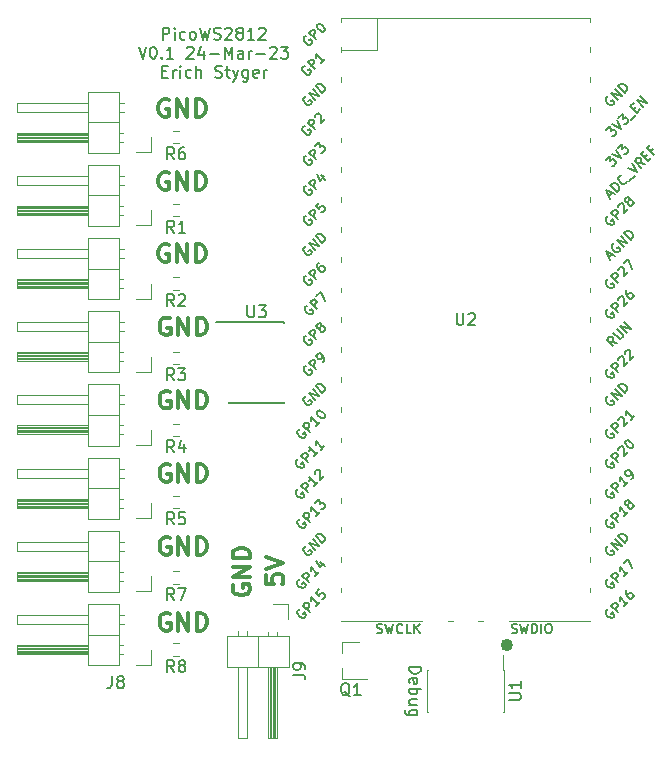
<source format=gbr>
%TF.GenerationSoftware,KiCad,Pcbnew,(6.0.7)*%
%TF.CreationDate,2023-03-24T10:01:00+01:00*%
%TF.ProjectId,PicoWS2812,5069636f-5753-4323-9831-322e6b696361,rev?*%
%TF.SameCoordinates,Original*%
%TF.FileFunction,Legend,Top*%
%TF.FilePolarity,Positive*%
%FSLAX46Y46*%
G04 Gerber Fmt 4.6, Leading zero omitted, Abs format (unit mm)*
G04 Created by KiCad (PCBNEW (6.0.7)) date 2023-03-24 10:01:00*
%MOMM*%
%LPD*%
G01*
G04 APERTURE LIST*
%ADD10C,0.300000*%
%ADD11C,0.150000*%
%ADD12C,0.120000*%
%ADD13C,0.550000*%
G04 APERTURE END LIST*
D10*
X106157142Y-116750000D02*
X106014285Y-116678571D01*
X105800000Y-116678571D01*
X105585714Y-116750000D01*
X105442857Y-116892857D01*
X105371428Y-117035714D01*
X105300000Y-117321428D01*
X105300000Y-117535714D01*
X105371428Y-117821428D01*
X105442857Y-117964285D01*
X105585714Y-118107142D01*
X105800000Y-118178571D01*
X105942857Y-118178571D01*
X106157142Y-118107142D01*
X106228571Y-118035714D01*
X106228571Y-117535714D01*
X105942857Y-117535714D01*
X106871428Y-118178571D02*
X106871428Y-116678571D01*
X107728571Y-118178571D01*
X107728571Y-116678571D01*
X108442857Y-118178571D02*
X108442857Y-116678571D01*
X108800000Y-116678571D01*
X109014285Y-116750000D01*
X109157142Y-116892857D01*
X109228571Y-117035714D01*
X109300000Y-117321428D01*
X109300000Y-117535714D01*
X109228571Y-117821428D01*
X109157142Y-117964285D01*
X109014285Y-118107142D01*
X108800000Y-118178571D01*
X108442857Y-118178571D01*
X106057142Y-79650000D02*
X105914285Y-79578571D01*
X105700000Y-79578571D01*
X105485714Y-79650000D01*
X105342857Y-79792857D01*
X105271428Y-79935714D01*
X105200000Y-80221428D01*
X105200000Y-80435714D01*
X105271428Y-80721428D01*
X105342857Y-80864285D01*
X105485714Y-81007142D01*
X105700000Y-81078571D01*
X105842857Y-81078571D01*
X106057142Y-81007142D01*
X106128571Y-80935714D01*
X106128571Y-80435714D01*
X105842857Y-80435714D01*
X106771428Y-81078571D02*
X106771428Y-79578571D01*
X107628571Y-81078571D01*
X107628571Y-79578571D01*
X108342857Y-81078571D02*
X108342857Y-79578571D01*
X108700000Y-79578571D01*
X108914285Y-79650000D01*
X109057142Y-79792857D01*
X109128571Y-79935714D01*
X109200000Y-80221428D01*
X109200000Y-80435714D01*
X109128571Y-80721428D01*
X109057142Y-80864285D01*
X108914285Y-81007142D01*
X108700000Y-81078571D01*
X108342857Y-81078571D01*
X114278571Y-119885714D02*
X114278571Y-120600000D01*
X114992857Y-120671428D01*
X114921428Y-120600000D01*
X114850000Y-120457142D01*
X114850000Y-120100000D01*
X114921428Y-119957142D01*
X114992857Y-119885714D01*
X115135714Y-119814285D01*
X115492857Y-119814285D01*
X115635714Y-119885714D01*
X115707142Y-119957142D01*
X115778571Y-120100000D01*
X115778571Y-120457142D01*
X115707142Y-120600000D01*
X115635714Y-120671428D01*
X114278571Y-119385714D02*
X115778571Y-118885714D01*
X114278571Y-118385714D01*
X106157142Y-104350000D02*
X106014285Y-104278571D01*
X105800000Y-104278571D01*
X105585714Y-104350000D01*
X105442857Y-104492857D01*
X105371428Y-104635714D01*
X105300000Y-104921428D01*
X105300000Y-105135714D01*
X105371428Y-105421428D01*
X105442857Y-105564285D01*
X105585714Y-105707142D01*
X105800000Y-105778571D01*
X105942857Y-105778571D01*
X106157142Y-105707142D01*
X106228571Y-105635714D01*
X106228571Y-105135714D01*
X105942857Y-105135714D01*
X106871428Y-105778571D02*
X106871428Y-104278571D01*
X107728571Y-105778571D01*
X107728571Y-104278571D01*
X108442857Y-105778571D02*
X108442857Y-104278571D01*
X108800000Y-104278571D01*
X109014285Y-104350000D01*
X109157142Y-104492857D01*
X109228571Y-104635714D01*
X109300000Y-104921428D01*
X109300000Y-105135714D01*
X109228571Y-105421428D01*
X109157142Y-105564285D01*
X109014285Y-105707142D01*
X108800000Y-105778571D01*
X108442857Y-105778571D01*
X106157142Y-110550000D02*
X106014285Y-110478571D01*
X105800000Y-110478571D01*
X105585714Y-110550000D01*
X105442857Y-110692857D01*
X105371428Y-110835714D01*
X105300000Y-111121428D01*
X105300000Y-111335714D01*
X105371428Y-111621428D01*
X105442857Y-111764285D01*
X105585714Y-111907142D01*
X105800000Y-111978571D01*
X105942857Y-111978571D01*
X106157142Y-111907142D01*
X106228571Y-111835714D01*
X106228571Y-111335714D01*
X105942857Y-111335714D01*
X106871428Y-111978571D02*
X106871428Y-110478571D01*
X107728571Y-111978571D01*
X107728571Y-110478571D01*
X108442857Y-111978571D02*
X108442857Y-110478571D01*
X108800000Y-110478571D01*
X109014285Y-110550000D01*
X109157142Y-110692857D01*
X109228571Y-110835714D01*
X109300000Y-111121428D01*
X109300000Y-111335714D01*
X109228571Y-111621428D01*
X109157142Y-111764285D01*
X109014285Y-111907142D01*
X108800000Y-111978571D01*
X108442857Y-111978571D01*
X111550000Y-120742857D02*
X111478571Y-120885714D01*
X111478571Y-121100000D01*
X111550000Y-121314285D01*
X111692857Y-121457142D01*
X111835714Y-121528571D01*
X112121428Y-121600000D01*
X112335714Y-121600000D01*
X112621428Y-121528571D01*
X112764285Y-121457142D01*
X112907142Y-121314285D01*
X112978571Y-121100000D01*
X112978571Y-120957142D01*
X112907142Y-120742857D01*
X112835714Y-120671428D01*
X112335714Y-120671428D01*
X112335714Y-120957142D01*
X112978571Y-120028571D02*
X111478571Y-120028571D01*
X112978571Y-119171428D01*
X111478571Y-119171428D01*
X112978571Y-118457142D02*
X111478571Y-118457142D01*
X111478571Y-118100000D01*
X111550000Y-117885714D01*
X111692857Y-117742857D01*
X111835714Y-117671428D01*
X112121428Y-117600000D01*
X112335714Y-117600000D01*
X112621428Y-117671428D01*
X112764285Y-117742857D01*
X112907142Y-117885714D01*
X112978571Y-118100000D01*
X112978571Y-118457142D01*
X106057142Y-91950000D02*
X105914285Y-91878571D01*
X105700000Y-91878571D01*
X105485714Y-91950000D01*
X105342857Y-92092857D01*
X105271428Y-92235714D01*
X105200000Y-92521428D01*
X105200000Y-92735714D01*
X105271428Y-93021428D01*
X105342857Y-93164285D01*
X105485714Y-93307142D01*
X105700000Y-93378571D01*
X105842857Y-93378571D01*
X106057142Y-93307142D01*
X106128571Y-93235714D01*
X106128571Y-92735714D01*
X105842857Y-92735714D01*
X106771428Y-93378571D02*
X106771428Y-91878571D01*
X107628571Y-93378571D01*
X107628571Y-91878571D01*
X108342857Y-93378571D02*
X108342857Y-91878571D01*
X108700000Y-91878571D01*
X108914285Y-91950000D01*
X109057142Y-92092857D01*
X109128571Y-92235714D01*
X109200000Y-92521428D01*
X109200000Y-92735714D01*
X109128571Y-93021428D01*
X109057142Y-93164285D01*
X108914285Y-93307142D01*
X108700000Y-93378571D01*
X108342857Y-93378571D01*
X106157142Y-98150000D02*
X106014285Y-98078571D01*
X105800000Y-98078571D01*
X105585714Y-98150000D01*
X105442857Y-98292857D01*
X105371428Y-98435714D01*
X105300000Y-98721428D01*
X105300000Y-98935714D01*
X105371428Y-99221428D01*
X105442857Y-99364285D01*
X105585714Y-99507142D01*
X105800000Y-99578571D01*
X105942857Y-99578571D01*
X106157142Y-99507142D01*
X106228571Y-99435714D01*
X106228571Y-98935714D01*
X105942857Y-98935714D01*
X106871428Y-99578571D02*
X106871428Y-98078571D01*
X107728571Y-99578571D01*
X107728571Y-98078571D01*
X108442857Y-99578571D02*
X108442857Y-98078571D01*
X108800000Y-98078571D01*
X109014285Y-98150000D01*
X109157142Y-98292857D01*
X109228571Y-98435714D01*
X109300000Y-98721428D01*
X109300000Y-98935714D01*
X109228571Y-99221428D01*
X109157142Y-99364285D01*
X109014285Y-99507142D01*
X108800000Y-99578571D01*
X108442857Y-99578571D01*
X106057142Y-85850000D02*
X105914285Y-85778571D01*
X105700000Y-85778571D01*
X105485714Y-85850000D01*
X105342857Y-85992857D01*
X105271428Y-86135714D01*
X105200000Y-86421428D01*
X105200000Y-86635714D01*
X105271428Y-86921428D01*
X105342857Y-87064285D01*
X105485714Y-87207142D01*
X105700000Y-87278571D01*
X105842857Y-87278571D01*
X106057142Y-87207142D01*
X106128571Y-87135714D01*
X106128571Y-86635714D01*
X105842857Y-86635714D01*
X106771428Y-87278571D02*
X106771428Y-85778571D01*
X107628571Y-87278571D01*
X107628571Y-85778571D01*
X108342857Y-87278571D02*
X108342857Y-85778571D01*
X108700000Y-85778571D01*
X108914285Y-85850000D01*
X109057142Y-85992857D01*
X109128571Y-86135714D01*
X109200000Y-86421428D01*
X109200000Y-86635714D01*
X109128571Y-86921428D01*
X109057142Y-87064285D01*
X108914285Y-87207142D01*
X108700000Y-87278571D01*
X108342857Y-87278571D01*
X106157142Y-123150000D02*
X106014285Y-123078571D01*
X105800000Y-123078571D01*
X105585714Y-123150000D01*
X105442857Y-123292857D01*
X105371428Y-123435714D01*
X105300000Y-123721428D01*
X105300000Y-123935714D01*
X105371428Y-124221428D01*
X105442857Y-124364285D01*
X105585714Y-124507142D01*
X105800000Y-124578571D01*
X105942857Y-124578571D01*
X106157142Y-124507142D01*
X106228571Y-124435714D01*
X106228571Y-123935714D01*
X105942857Y-123935714D01*
X106871428Y-124578571D02*
X106871428Y-123078571D01*
X107728571Y-124578571D01*
X107728571Y-123078571D01*
X108442857Y-124578571D02*
X108442857Y-123078571D01*
X108800000Y-123078571D01*
X109014285Y-123150000D01*
X109157142Y-123292857D01*
X109228571Y-123435714D01*
X109300000Y-123721428D01*
X109300000Y-123935714D01*
X109228571Y-124221428D01*
X109157142Y-124364285D01*
X109014285Y-124507142D01*
X108800000Y-124578571D01*
X108442857Y-124578571D01*
D11*
X105566666Y-74542380D02*
X105566666Y-73542380D01*
X105947619Y-73542380D01*
X106042857Y-73590000D01*
X106090476Y-73637619D01*
X106138095Y-73732857D01*
X106138095Y-73875714D01*
X106090476Y-73970952D01*
X106042857Y-74018571D01*
X105947619Y-74066190D01*
X105566666Y-74066190D01*
X106566666Y-74542380D02*
X106566666Y-73875714D01*
X106566666Y-73542380D02*
X106519047Y-73590000D01*
X106566666Y-73637619D01*
X106614285Y-73590000D01*
X106566666Y-73542380D01*
X106566666Y-73637619D01*
X107471428Y-74494761D02*
X107376190Y-74542380D01*
X107185714Y-74542380D01*
X107090476Y-74494761D01*
X107042857Y-74447142D01*
X106995238Y-74351904D01*
X106995238Y-74066190D01*
X107042857Y-73970952D01*
X107090476Y-73923333D01*
X107185714Y-73875714D01*
X107376190Y-73875714D01*
X107471428Y-73923333D01*
X108042857Y-74542380D02*
X107947619Y-74494761D01*
X107900000Y-74447142D01*
X107852380Y-74351904D01*
X107852380Y-74066190D01*
X107900000Y-73970952D01*
X107947619Y-73923333D01*
X108042857Y-73875714D01*
X108185714Y-73875714D01*
X108280952Y-73923333D01*
X108328571Y-73970952D01*
X108376190Y-74066190D01*
X108376190Y-74351904D01*
X108328571Y-74447142D01*
X108280952Y-74494761D01*
X108185714Y-74542380D01*
X108042857Y-74542380D01*
X108709523Y-73542380D02*
X108947619Y-74542380D01*
X109138095Y-73828095D01*
X109328571Y-74542380D01*
X109566666Y-73542380D01*
X109900000Y-74494761D02*
X110042857Y-74542380D01*
X110280952Y-74542380D01*
X110376190Y-74494761D01*
X110423809Y-74447142D01*
X110471428Y-74351904D01*
X110471428Y-74256666D01*
X110423809Y-74161428D01*
X110376190Y-74113809D01*
X110280952Y-74066190D01*
X110090476Y-74018571D01*
X109995238Y-73970952D01*
X109947619Y-73923333D01*
X109900000Y-73828095D01*
X109900000Y-73732857D01*
X109947619Y-73637619D01*
X109995238Y-73590000D01*
X110090476Y-73542380D01*
X110328571Y-73542380D01*
X110471428Y-73590000D01*
X110852380Y-73637619D02*
X110900000Y-73590000D01*
X110995238Y-73542380D01*
X111233333Y-73542380D01*
X111328571Y-73590000D01*
X111376190Y-73637619D01*
X111423809Y-73732857D01*
X111423809Y-73828095D01*
X111376190Y-73970952D01*
X110804761Y-74542380D01*
X111423809Y-74542380D01*
X111995238Y-73970952D02*
X111900000Y-73923333D01*
X111852380Y-73875714D01*
X111804761Y-73780476D01*
X111804761Y-73732857D01*
X111852380Y-73637619D01*
X111900000Y-73590000D01*
X111995238Y-73542380D01*
X112185714Y-73542380D01*
X112280952Y-73590000D01*
X112328571Y-73637619D01*
X112376190Y-73732857D01*
X112376190Y-73780476D01*
X112328571Y-73875714D01*
X112280952Y-73923333D01*
X112185714Y-73970952D01*
X111995238Y-73970952D01*
X111900000Y-74018571D01*
X111852380Y-74066190D01*
X111804761Y-74161428D01*
X111804761Y-74351904D01*
X111852380Y-74447142D01*
X111900000Y-74494761D01*
X111995238Y-74542380D01*
X112185714Y-74542380D01*
X112280952Y-74494761D01*
X112328571Y-74447142D01*
X112376190Y-74351904D01*
X112376190Y-74161428D01*
X112328571Y-74066190D01*
X112280952Y-74018571D01*
X112185714Y-73970952D01*
X113328571Y-74542380D02*
X112757142Y-74542380D01*
X113042857Y-74542380D02*
X113042857Y-73542380D01*
X112947619Y-73685238D01*
X112852380Y-73780476D01*
X112757142Y-73828095D01*
X113709523Y-73637619D02*
X113757142Y-73590000D01*
X113852380Y-73542380D01*
X114090476Y-73542380D01*
X114185714Y-73590000D01*
X114233333Y-73637619D01*
X114280952Y-73732857D01*
X114280952Y-73828095D01*
X114233333Y-73970952D01*
X113661904Y-74542380D01*
X114280952Y-74542380D01*
X103519047Y-75152380D02*
X103852380Y-76152380D01*
X104185714Y-75152380D01*
X104709523Y-75152380D02*
X104804761Y-75152380D01*
X104900000Y-75200000D01*
X104947619Y-75247619D01*
X104995238Y-75342857D01*
X105042857Y-75533333D01*
X105042857Y-75771428D01*
X104995238Y-75961904D01*
X104947619Y-76057142D01*
X104900000Y-76104761D01*
X104804761Y-76152380D01*
X104709523Y-76152380D01*
X104614285Y-76104761D01*
X104566666Y-76057142D01*
X104519047Y-75961904D01*
X104471428Y-75771428D01*
X104471428Y-75533333D01*
X104519047Y-75342857D01*
X104566666Y-75247619D01*
X104614285Y-75200000D01*
X104709523Y-75152380D01*
X105471428Y-76057142D02*
X105519047Y-76104761D01*
X105471428Y-76152380D01*
X105423809Y-76104761D01*
X105471428Y-76057142D01*
X105471428Y-76152380D01*
X106471428Y-76152380D02*
X105900000Y-76152380D01*
X106185714Y-76152380D02*
X106185714Y-75152380D01*
X106090476Y-75295238D01*
X105995238Y-75390476D01*
X105900000Y-75438095D01*
X107614285Y-75247619D02*
X107661904Y-75200000D01*
X107757142Y-75152380D01*
X107995238Y-75152380D01*
X108090476Y-75200000D01*
X108138095Y-75247619D01*
X108185714Y-75342857D01*
X108185714Y-75438095D01*
X108138095Y-75580952D01*
X107566666Y-76152380D01*
X108185714Y-76152380D01*
X109042857Y-75485714D02*
X109042857Y-76152380D01*
X108804761Y-75104761D02*
X108566666Y-75819047D01*
X109185714Y-75819047D01*
X109566666Y-75771428D02*
X110328571Y-75771428D01*
X110804761Y-76152380D02*
X110804761Y-75152380D01*
X111138095Y-75866666D01*
X111471428Y-75152380D01*
X111471428Y-76152380D01*
X112376190Y-76152380D02*
X112376190Y-75628571D01*
X112328571Y-75533333D01*
X112233333Y-75485714D01*
X112042857Y-75485714D01*
X111947619Y-75533333D01*
X112376190Y-76104761D02*
X112280952Y-76152380D01*
X112042857Y-76152380D01*
X111947619Y-76104761D01*
X111900000Y-76009523D01*
X111900000Y-75914285D01*
X111947619Y-75819047D01*
X112042857Y-75771428D01*
X112280952Y-75771428D01*
X112376190Y-75723809D01*
X112852380Y-76152380D02*
X112852380Y-75485714D01*
X112852380Y-75676190D02*
X112900000Y-75580952D01*
X112947619Y-75533333D01*
X113042857Y-75485714D01*
X113138095Y-75485714D01*
X113471428Y-75771428D02*
X114233333Y-75771428D01*
X114661904Y-75247619D02*
X114709523Y-75200000D01*
X114804761Y-75152380D01*
X115042857Y-75152380D01*
X115138095Y-75200000D01*
X115185714Y-75247619D01*
X115233333Y-75342857D01*
X115233333Y-75438095D01*
X115185714Y-75580952D01*
X114614285Y-76152380D01*
X115233333Y-76152380D01*
X115566666Y-75152380D02*
X116185714Y-75152380D01*
X115852380Y-75533333D01*
X115995238Y-75533333D01*
X116090476Y-75580952D01*
X116138095Y-75628571D01*
X116185714Y-75723809D01*
X116185714Y-75961904D01*
X116138095Y-76057142D01*
X116090476Y-76104761D01*
X115995238Y-76152380D01*
X115709523Y-76152380D01*
X115614285Y-76104761D01*
X115566666Y-76057142D01*
X105542857Y-77238571D02*
X105876190Y-77238571D01*
X106019047Y-77762380D02*
X105542857Y-77762380D01*
X105542857Y-76762380D01*
X106019047Y-76762380D01*
X106447619Y-77762380D02*
X106447619Y-77095714D01*
X106447619Y-77286190D02*
X106495238Y-77190952D01*
X106542857Y-77143333D01*
X106638095Y-77095714D01*
X106733333Y-77095714D01*
X107066666Y-77762380D02*
X107066666Y-77095714D01*
X107066666Y-76762380D02*
X107019047Y-76810000D01*
X107066666Y-76857619D01*
X107114285Y-76810000D01*
X107066666Y-76762380D01*
X107066666Y-76857619D01*
X107971428Y-77714761D02*
X107876190Y-77762380D01*
X107685714Y-77762380D01*
X107590476Y-77714761D01*
X107542857Y-77667142D01*
X107495238Y-77571904D01*
X107495238Y-77286190D01*
X107542857Y-77190952D01*
X107590476Y-77143333D01*
X107685714Y-77095714D01*
X107876190Y-77095714D01*
X107971428Y-77143333D01*
X108400000Y-77762380D02*
X108400000Y-76762380D01*
X108828571Y-77762380D02*
X108828571Y-77238571D01*
X108780952Y-77143333D01*
X108685714Y-77095714D01*
X108542857Y-77095714D01*
X108447619Y-77143333D01*
X108400000Y-77190952D01*
X110019047Y-77714761D02*
X110161904Y-77762380D01*
X110400000Y-77762380D01*
X110495238Y-77714761D01*
X110542857Y-77667142D01*
X110590476Y-77571904D01*
X110590476Y-77476666D01*
X110542857Y-77381428D01*
X110495238Y-77333809D01*
X110400000Y-77286190D01*
X110209523Y-77238571D01*
X110114285Y-77190952D01*
X110066666Y-77143333D01*
X110019047Y-77048095D01*
X110019047Y-76952857D01*
X110066666Y-76857619D01*
X110114285Y-76810000D01*
X110209523Y-76762380D01*
X110447619Y-76762380D01*
X110590476Y-76810000D01*
X110876190Y-77095714D02*
X111257142Y-77095714D01*
X111019047Y-76762380D02*
X111019047Y-77619523D01*
X111066666Y-77714761D01*
X111161904Y-77762380D01*
X111257142Y-77762380D01*
X111495238Y-77095714D02*
X111733333Y-77762380D01*
X111971428Y-77095714D02*
X111733333Y-77762380D01*
X111638095Y-78000476D01*
X111590476Y-78048095D01*
X111495238Y-78095714D01*
X112780952Y-77095714D02*
X112780952Y-77905238D01*
X112733333Y-78000476D01*
X112685714Y-78048095D01*
X112590476Y-78095714D01*
X112447619Y-78095714D01*
X112352380Y-78048095D01*
X112780952Y-77714761D02*
X112685714Y-77762380D01*
X112495238Y-77762380D01*
X112400000Y-77714761D01*
X112352380Y-77667142D01*
X112304761Y-77571904D01*
X112304761Y-77286190D01*
X112352380Y-77190952D01*
X112400000Y-77143333D01*
X112495238Y-77095714D01*
X112685714Y-77095714D01*
X112780952Y-77143333D01*
X113638095Y-77714761D02*
X113542857Y-77762380D01*
X113352380Y-77762380D01*
X113257142Y-77714761D01*
X113209523Y-77619523D01*
X113209523Y-77238571D01*
X113257142Y-77143333D01*
X113352380Y-77095714D01*
X113542857Y-77095714D01*
X113638095Y-77143333D01*
X113685714Y-77238571D01*
X113685714Y-77333809D01*
X113209523Y-77429047D01*
X114114285Y-77762380D02*
X114114285Y-77095714D01*
X114114285Y-77286190D02*
X114161904Y-77190952D01*
X114209523Y-77143333D01*
X114304761Y-77095714D01*
X114400000Y-77095714D01*
%TO.C,R6*%
X106533333Y-84682380D02*
X106200000Y-84206190D01*
X105961904Y-84682380D02*
X105961904Y-83682380D01*
X106342857Y-83682380D01*
X106438095Y-83730000D01*
X106485714Y-83777619D01*
X106533333Y-83872857D01*
X106533333Y-84015714D01*
X106485714Y-84110952D01*
X106438095Y-84158571D01*
X106342857Y-84206190D01*
X105961904Y-84206190D01*
X107390476Y-83682380D02*
X107200000Y-83682380D01*
X107104761Y-83730000D01*
X107057142Y-83777619D01*
X106961904Y-83920476D01*
X106914285Y-84110952D01*
X106914285Y-84491904D01*
X106961904Y-84587142D01*
X107009523Y-84634761D01*
X107104761Y-84682380D01*
X107295238Y-84682380D01*
X107390476Y-84634761D01*
X107438095Y-84587142D01*
X107485714Y-84491904D01*
X107485714Y-84253809D01*
X107438095Y-84158571D01*
X107390476Y-84110952D01*
X107295238Y-84063333D01*
X107104761Y-84063333D01*
X107009523Y-84110952D01*
X106961904Y-84158571D01*
X106914285Y-84253809D01*
%TO.C,R1*%
X106533333Y-90882380D02*
X106200000Y-90406190D01*
X105961904Y-90882380D02*
X105961904Y-89882380D01*
X106342857Y-89882380D01*
X106438095Y-89930000D01*
X106485714Y-89977619D01*
X106533333Y-90072857D01*
X106533333Y-90215714D01*
X106485714Y-90310952D01*
X106438095Y-90358571D01*
X106342857Y-90406190D01*
X105961904Y-90406190D01*
X107485714Y-90882380D02*
X106914285Y-90882380D01*
X107200000Y-90882380D02*
X107200000Y-89882380D01*
X107104761Y-90025238D01*
X107009523Y-90120476D01*
X106914285Y-90168095D01*
%TO.C,Q1*%
X121404761Y-130147619D02*
X121309523Y-130100000D01*
X121214285Y-130004761D01*
X121071428Y-129861904D01*
X120976190Y-129814285D01*
X120880952Y-129814285D01*
X120928571Y-130052380D02*
X120833333Y-130004761D01*
X120738095Y-129909523D01*
X120690476Y-129719047D01*
X120690476Y-129385714D01*
X120738095Y-129195238D01*
X120833333Y-129100000D01*
X120928571Y-129052380D01*
X121119047Y-129052380D01*
X121214285Y-129100000D01*
X121309523Y-129195238D01*
X121357142Y-129385714D01*
X121357142Y-129719047D01*
X121309523Y-129909523D01*
X121214285Y-130004761D01*
X121119047Y-130052380D01*
X120928571Y-130052380D01*
X122309523Y-130052380D02*
X121738095Y-130052380D01*
X122023809Y-130052380D02*
X122023809Y-129052380D01*
X121928571Y-129195238D01*
X121833333Y-129290476D01*
X121738095Y-129338095D01*
%TO.C,R2*%
X106533333Y-97082380D02*
X106200000Y-96606190D01*
X105961904Y-97082380D02*
X105961904Y-96082380D01*
X106342857Y-96082380D01*
X106438095Y-96130000D01*
X106485714Y-96177619D01*
X106533333Y-96272857D01*
X106533333Y-96415714D01*
X106485714Y-96510952D01*
X106438095Y-96558571D01*
X106342857Y-96606190D01*
X105961904Y-96606190D01*
X106914285Y-96177619D02*
X106961904Y-96130000D01*
X107057142Y-96082380D01*
X107295238Y-96082380D01*
X107390476Y-96130000D01*
X107438095Y-96177619D01*
X107485714Y-96272857D01*
X107485714Y-96368095D01*
X107438095Y-96510952D01*
X106866666Y-97082380D01*
X107485714Y-97082380D01*
%TO.C,R4*%
X106533333Y-109482380D02*
X106200000Y-109006190D01*
X105961904Y-109482380D02*
X105961904Y-108482380D01*
X106342857Y-108482380D01*
X106438095Y-108530000D01*
X106485714Y-108577619D01*
X106533333Y-108672857D01*
X106533333Y-108815714D01*
X106485714Y-108910952D01*
X106438095Y-108958571D01*
X106342857Y-109006190D01*
X105961904Y-109006190D01*
X107390476Y-108815714D02*
X107390476Y-109482380D01*
X107152380Y-108434761D02*
X106914285Y-109149047D01*
X107533333Y-109149047D01*
%TO.C,R3*%
X106533333Y-103382380D02*
X106200000Y-102906190D01*
X105961904Y-103382380D02*
X105961904Y-102382380D01*
X106342857Y-102382380D01*
X106438095Y-102430000D01*
X106485714Y-102477619D01*
X106533333Y-102572857D01*
X106533333Y-102715714D01*
X106485714Y-102810952D01*
X106438095Y-102858571D01*
X106342857Y-102906190D01*
X105961904Y-102906190D01*
X106866666Y-102382380D02*
X107485714Y-102382380D01*
X107152380Y-102763333D01*
X107295238Y-102763333D01*
X107390476Y-102810952D01*
X107438095Y-102858571D01*
X107485714Y-102953809D01*
X107485714Y-103191904D01*
X107438095Y-103287142D01*
X107390476Y-103334761D01*
X107295238Y-103382380D01*
X107009523Y-103382380D01*
X106914285Y-103334761D01*
X106866666Y-103287142D01*
%TO.C,U1*%
X134887380Y-130461904D02*
X135696904Y-130461904D01*
X135792142Y-130414285D01*
X135839761Y-130366666D01*
X135887380Y-130271428D01*
X135887380Y-130080952D01*
X135839761Y-129985714D01*
X135792142Y-129938095D01*
X135696904Y-129890476D01*
X134887380Y-129890476D01*
X135887380Y-128890476D02*
X135887380Y-129461904D01*
X135887380Y-129176190D02*
X134887380Y-129176190D01*
X135030238Y-129271428D01*
X135125476Y-129366666D01*
X135173095Y-129461904D01*
X126447619Y-127652380D02*
X127447619Y-127652380D01*
X127447619Y-127890476D01*
X127400000Y-128033333D01*
X127304761Y-128128571D01*
X127209523Y-128176190D01*
X127019047Y-128223809D01*
X126876190Y-128223809D01*
X126685714Y-128176190D01*
X126590476Y-128128571D01*
X126495238Y-128033333D01*
X126447619Y-127890476D01*
X126447619Y-127652380D01*
X126495238Y-129033333D02*
X126447619Y-128938095D01*
X126447619Y-128747619D01*
X126495238Y-128652380D01*
X126590476Y-128604761D01*
X126971428Y-128604761D01*
X127066666Y-128652380D01*
X127114285Y-128747619D01*
X127114285Y-128938095D01*
X127066666Y-129033333D01*
X126971428Y-129080952D01*
X126876190Y-129080952D01*
X126780952Y-128604761D01*
X126447619Y-129509523D02*
X127447619Y-129509523D01*
X127066666Y-129509523D02*
X127114285Y-129604761D01*
X127114285Y-129795238D01*
X127066666Y-129890476D01*
X127019047Y-129938095D01*
X126923809Y-129985714D01*
X126638095Y-129985714D01*
X126542857Y-129938095D01*
X126495238Y-129890476D01*
X126447619Y-129795238D01*
X126447619Y-129604761D01*
X126495238Y-129509523D01*
X127114285Y-130842857D02*
X126447619Y-130842857D01*
X127114285Y-130414285D02*
X126590476Y-130414285D01*
X126495238Y-130461904D01*
X126447619Y-130557142D01*
X126447619Y-130700000D01*
X126495238Y-130795238D01*
X126542857Y-130842857D01*
X127114285Y-131747619D02*
X126304761Y-131747619D01*
X126209523Y-131700000D01*
X126161904Y-131652380D01*
X126114285Y-131557142D01*
X126114285Y-131414285D01*
X126161904Y-131319047D01*
X126495238Y-131747619D02*
X126447619Y-131652380D01*
X126447619Y-131461904D01*
X126495238Y-131366666D01*
X126542857Y-131319047D01*
X126638095Y-131271428D01*
X126923809Y-131271428D01*
X127019047Y-131319047D01*
X127066666Y-131366666D01*
X127114285Y-131461904D01*
X127114285Y-131652380D01*
X127066666Y-131747619D01*
%TO.C,J9*%
X116622380Y-128318333D02*
X117336666Y-128318333D01*
X117479523Y-128365952D01*
X117574761Y-128461190D01*
X117622380Y-128604047D01*
X117622380Y-128699285D01*
X117622380Y-127794523D02*
X117622380Y-127604047D01*
X117574761Y-127508809D01*
X117527142Y-127461190D01*
X117384285Y-127365952D01*
X117193809Y-127318333D01*
X116812857Y-127318333D01*
X116717619Y-127365952D01*
X116670000Y-127413571D01*
X116622380Y-127508809D01*
X116622380Y-127699285D01*
X116670000Y-127794523D01*
X116717619Y-127842142D01*
X116812857Y-127889761D01*
X117050952Y-127889761D01*
X117146190Y-127842142D01*
X117193809Y-127794523D01*
X117241428Y-127699285D01*
X117241428Y-127508809D01*
X117193809Y-127413571D01*
X117146190Y-127365952D01*
X117050952Y-127318333D01*
%TO.C,U2*%
X130438095Y-97707380D02*
X130438095Y-98516904D01*
X130485714Y-98612142D01*
X130533333Y-98659761D01*
X130628571Y-98707380D01*
X130819047Y-98707380D01*
X130914285Y-98659761D01*
X130961904Y-98612142D01*
X131009523Y-98516904D01*
X131009523Y-97707380D01*
X131438095Y-97802619D02*
X131485714Y-97755000D01*
X131580952Y-97707380D01*
X131819047Y-97707380D01*
X131914285Y-97755000D01*
X131961904Y-97802619D01*
X132009523Y-97897857D01*
X132009523Y-97993095D01*
X131961904Y-98135952D01*
X131390476Y-98707380D01*
X132009523Y-98707380D01*
X143122131Y-82213308D02*
X143472317Y-81863122D01*
X143499255Y-82267183D01*
X143580067Y-82186370D01*
X143660879Y-82159433D01*
X143714754Y-82159433D01*
X143795566Y-82186370D01*
X143930253Y-82321057D01*
X143957190Y-82401870D01*
X143957190Y-82455744D01*
X143930253Y-82536557D01*
X143768629Y-82698181D01*
X143687816Y-82725118D01*
X143633942Y-82725118D01*
X143633942Y-81701497D02*
X144388189Y-82078621D01*
X144011065Y-81324374D01*
X144145752Y-81189687D02*
X144495938Y-80839500D01*
X144522876Y-81243561D01*
X144603688Y-81162749D01*
X144684500Y-81135812D01*
X144738375Y-81135812D01*
X144819187Y-81162749D01*
X144953874Y-81297436D01*
X144980812Y-81378248D01*
X144980812Y-81432123D01*
X144953874Y-81512935D01*
X144792250Y-81674560D01*
X144711438Y-81701497D01*
X144657563Y-81701497D01*
X145223248Y-81351311D02*
X145654247Y-80920312D01*
X145438748Y-80435439D02*
X145627309Y-80246877D01*
X146004433Y-80462377D02*
X145735059Y-80731751D01*
X145169374Y-80166065D01*
X145438748Y-79896691D01*
X146246870Y-80219940D02*
X145681184Y-79654255D01*
X146570118Y-79896691D01*
X146004433Y-79331006D01*
X117813096Y-97076218D02*
X117732284Y-97103155D01*
X117651471Y-97183967D01*
X117597597Y-97291717D01*
X117597597Y-97399467D01*
X117624534Y-97480279D01*
X117705346Y-97614966D01*
X117786158Y-97695778D01*
X117920845Y-97776590D01*
X118001658Y-97803528D01*
X118109407Y-97803528D01*
X118217157Y-97749653D01*
X118271032Y-97695778D01*
X118324906Y-97588028D01*
X118324906Y-97534154D01*
X118136345Y-97345592D01*
X118028595Y-97453341D01*
X118621218Y-97345592D02*
X118055532Y-96779906D01*
X118271032Y-96564407D01*
X118351844Y-96537470D01*
X118405719Y-96537470D01*
X118486531Y-96564407D01*
X118567343Y-96645219D01*
X118594280Y-96726032D01*
X118594280Y-96779906D01*
X118567343Y-96860719D01*
X118351844Y-97076218D01*
X118567343Y-96268096D02*
X118944467Y-95890972D01*
X119267715Y-96699094D01*
X117043722Y-112615592D02*
X116962910Y-112642529D01*
X116882097Y-112723341D01*
X116828223Y-112831091D01*
X116828223Y-112938841D01*
X116855160Y-113019653D01*
X116935972Y-113154340D01*
X117016784Y-113235152D01*
X117151471Y-113315964D01*
X117232284Y-113342902D01*
X117340033Y-113342902D01*
X117447783Y-113289027D01*
X117501658Y-113235152D01*
X117555532Y-113127402D01*
X117555532Y-113073528D01*
X117366971Y-112884966D01*
X117259221Y-112992715D01*
X117851844Y-112884966D02*
X117286158Y-112319280D01*
X117501658Y-112103781D01*
X117582470Y-112076844D01*
X117636345Y-112076844D01*
X117717157Y-112103781D01*
X117797969Y-112184593D01*
X117824906Y-112265406D01*
X117824906Y-112319280D01*
X117797969Y-112400093D01*
X117582470Y-112615592D01*
X118713841Y-112022969D02*
X118390592Y-112346218D01*
X118552216Y-112184593D02*
X117986531Y-111618908D01*
X118013468Y-111753595D01*
X118013468Y-111861345D01*
X117986531Y-111942157D01*
X118417529Y-111295659D02*
X118417529Y-111241784D01*
X118444467Y-111160972D01*
X118579154Y-111026285D01*
X118659966Y-110999348D01*
X118713841Y-110999348D01*
X118794653Y-111026285D01*
X118848528Y-111080160D01*
X118902402Y-111187910D01*
X118902402Y-111834407D01*
X119252589Y-111484221D01*
X117189722Y-107535592D02*
X117108910Y-107562529D01*
X117028097Y-107643341D01*
X116974223Y-107751091D01*
X116974223Y-107858841D01*
X117001160Y-107939653D01*
X117081972Y-108074340D01*
X117162784Y-108155152D01*
X117297471Y-108235964D01*
X117378284Y-108262902D01*
X117486033Y-108262902D01*
X117593783Y-108209027D01*
X117647658Y-108155152D01*
X117701532Y-108047402D01*
X117701532Y-107993528D01*
X117512971Y-107804966D01*
X117405221Y-107912715D01*
X117997844Y-107804966D02*
X117432158Y-107239280D01*
X117647658Y-107023781D01*
X117728470Y-106996844D01*
X117782345Y-106996844D01*
X117863157Y-107023781D01*
X117943969Y-107104593D01*
X117970906Y-107185406D01*
X117970906Y-107239280D01*
X117943969Y-107320093D01*
X117728470Y-107535592D01*
X118859841Y-106942969D02*
X118536592Y-107266218D01*
X118698216Y-107104593D02*
X118132531Y-106538908D01*
X118159468Y-106673595D01*
X118159468Y-106781345D01*
X118132531Y-106862157D01*
X118644341Y-106027097D02*
X118698216Y-105973223D01*
X118779028Y-105946285D01*
X118832903Y-105946285D01*
X118913715Y-105973223D01*
X119048402Y-106054035D01*
X119183089Y-106188722D01*
X119263902Y-106323409D01*
X119290839Y-106404221D01*
X119290839Y-106458096D01*
X119263902Y-106538908D01*
X119210027Y-106592783D01*
X119129215Y-106619720D01*
X119075340Y-106619720D01*
X118994528Y-106592783D01*
X118859841Y-106511971D01*
X118725154Y-106377284D01*
X118644341Y-106242597D01*
X118617404Y-106161784D01*
X118617404Y-106107910D01*
X118644341Y-106027097D01*
X117713096Y-94566218D02*
X117632284Y-94593155D01*
X117551471Y-94673967D01*
X117497597Y-94781717D01*
X117497597Y-94889467D01*
X117524534Y-94970279D01*
X117605346Y-95104966D01*
X117686158Y-95185778D01*
X117820845Y-95266590D01*
X117901658Y-95293528D01*
X118009407Y-95293528D01*
X118117157Y-95239653D01*
X118171032Y-95185778D01*
X118224906Y-95078028D01*
X118224906Y-95024154D01*
X118036345Y-94835592D01*
X117928595Y-94943341D01*
X118521218Y-94835592D02*
X117955532Y-94269906D01*
X118171032Y-94054407D01*
X118251844Y-94027470D01*
X118305719Y-94027470D01*
X118386531Y-94054407D01*
X118467343Y-94135219D01*
X118494280Y-94216032D01*
X118494280Y-94269906D01*
X118467343Y-94350719D01*
X118251844Y-94566218D01*
X118763654Y-93461784D02*
X118655905Y-93569534D01*
X118628967Y-93650346D01*
X118628967Y-93704221D01*
X118655905Y-93838908D01*
X118736717Y-93973595D01*
X118952216Y-94189094D01*
X119033028Y-94216032D01*
X119086903Y-94216032D01*
X119167715Y-94189094D01*
X119275465Y-94081345D01*
X119302402Y-94000532D01*
X119302402Y-93946658D01*
X119275465Y-93865845D01*
X119140778Y-93731158D01*
X119059966Y-93704221D01*
X119006091Y-93704221D01*
X118925279Y-93731158D01*
X118817529Y-93838908D01*
X118790592Y-93919720D01*
X118790592Y-93973595D01*
X118817529Y-94054407D01*
X117713096Y-86946218D02*
X117632284Y-86973155D01*
X117551471Y-87053967D01*
X117497597Y-87161717D01*
X117497597Y-87269467D01*
X117524534Y-87350279D01*
X117605346Y-87484966D01*
X117686158Y-87565778D01*
X117820845Y-87646590D01*
X117901658Y-87673528D01*
X118009407Y-87673528D01*
X118117157Y-87619653D01*
X118171032Y-87565778D01*
X118224906Y-87458028D01*
X118224906Y-87404154D01*
X118036345Y-87215592D01*
X117928595Y-87323341D01*
X118521218Y-87215592D02*
X117955532Y-86649906D01*
X118171032Y-86434407D01*
X118251844Y-86407470D01*
X118305719Y-86407470D01*
X118386531Y-86434407D01*
X118467343Y-86515219D01*
X118494280Y-86596032D01*
X118494280Y-86649906D01*
X118467343Y-86730719D01*
X118251844Y-86946218D01*
X118952216Y-86030346D02*
X119329340Y-86407470D01*
X118602030Y-85949534D02*
X118871404Y-86488282D01*
X119221590Y-86138096D01*
X143297722Y-112615592D02*
X143216910Y-112642529D01*
X143136097Y-112723341D01*
X143082223Y-112831091D01*
X143082223Y-112938841D01*
X143109160Y-113019653D01*
X143189972Y-113154340D01*
X143270784Y-113235152D01*
X143405471Y-113315964D01*
X143486284Y-113342902D01*
X143594033Y-113342902D01*
X143701783Y-113289027D01*
X143755658Y-113235152D01*
X143809532Y-113127402D01*
X143809532Y-113073528D01*
X143620971Y-112884966D01*
X143513221Y-112992715D01*
X144105844Y-112884966D02*
X143540158Y-112319280D01*
X143755658Y-112103781D01*
X143836470Y-112076844D01*
X143890345Y-112076844D01*
X143971157Y-112103781D01*
X144051969Y-112184593D01*
X144078906Y-112265406D01*
X144078906Y-112319280D01*
X144051969Y-112400093D01*
X143836470Y-112615592D01*
X144967841Y-112022969D02*
X144644592Y-112346218D01*
X144806216Y-112184593D02*
X144240531Y-111618908D01*
X144267468Y-111753595D01*
X144267468Y-111861345D01*
X144240531Y-111942157D01*
X145237215Y-111753595D02*
X145344964Y-111645845D01*
X145371902Y-111565033D01*
X145371902Y-111511158D01*
X145344964Y-111376471D01*
X145264152Y-111241784D01*
X145048653Y-111026285D01*
X144967841Y-110999348D01*
X144913966Y-110999348D01*
X144833154Y-111026285D01*
X144725404Y-111134035D01*
X144698467Y-111214847D01*
X144698467Y-111268722D01*
X144725404Y-111349534D01*
X144860091Y-111484221D01*
X144940903Y-111511158D01*
X144994778Y-111511158D01*
X145075590Y-111484221D01*
X145183340Y-111376471D01*
X145210277Y-111295659D01*
X145210277Y-111241784D01*
X145183340Y-111160972D01*
X117713096Y-102186218D02*
X117632284Y-102213155D01*
X117551471Y-102293967D01*
X117497597Y-102401717D01*
X117497597Y-102509467D01*
X117524534Y-102590279D01*
X117605346Y-102724966D01*
X117686158Y-102805778D01*
X117820845Y-102886590D01*
X117901658Y-102913528D01*
X118009407Y-102913528D01*
X118117157Y-102859653D01*
X118171032Y-102805778D01*
X118224906Y-102698028D01*
X118224906Y-102644154D01*
X118036345Y-102455592D01*
X117928595Y-102563341D01*
X118521218Y-102455592D02*
X117955532Y-101889906D01*
X118171032Y-101674407D01*
X118251844Y-101647470D01*
X118305719Y-101647470D01*
X118386531Y-101674407D01*
X118467343Y-101755219D01*
X118494280Y-101836032D01*
X118494280Y-101889906D01*
X118467343Y-101970719D01*
X118251844Y-102186218D01*
X119113841Y-101862969D02*
X119221590Y-101755219D01*
X119248528Y-101674407D01*
X119248528Y-101620532D01*
X119221590Y-101485845D01*
X119140778Y-101351158D01*
X118925279Y-101135659D01*
X118844467Y-101108722D01*
X118790592Y-101108722D01*
X118709780Y-101135659D01*
X118602030Y-101243409D01*
X118575093Y-101324221D01*
X118575093Y-101378096D01*
X118602030Y-101458908D01*
X118736717Y-101593595D01*
X118817529Y-101620532D01*
X118871404Y-101620532D01*
X118952216Y-101593595D01*
X119059966Y-101485845D01*
X119086903Y-101405033D01*
X119086903Y-101351158D01*
X119059966Y-101270346D01*
X143297722Y-94845592D02*
X143216910Y-94872529D01*
X143136097Y-94953341D01*
X143082223Y-95061091D01*
X143082223Y-95168841D01*
X143109160Y-95249653D01*
X143189972Y-95384340D01*
X143270784Y-95465152D01*
X143405471Y-95545964D01*
X143486284Y-95572902D01*
X143594033Y-95572902D01*
X143701783Y-95519027D01*
X143755658Y-95465152D01*
X143809532Y-95357402D01*
X143809532Y-95303528D01*
X143620971Y-95114966D01*
X143513221Y-95222715D01*
X144105844Y-95114966D02*
X143540158Y-94549280D01*
X143755658Y-94333781D01*
X143836470Y-94306844D01*
X143890345Y-94306844D01*
X143971157Y-94333781D01*
X144051969Y-94414593D01*
X144078906Y-94495406D01*
X144078906Y-94549280D01*
X144051969Y-94630093D01*
X143836470Y-94845592D01*
X144132781Y-94064407D02*
X144132781Y-94010532D01*
X144159719Y-93929720D01*
X144294406Y-93795033D01*
X144375218Y-93768096D01*
X144429093Y-93768096D01*
X144509905Y-93795033D01*
X144563780Y-93848908D01*
X144617654Y-93956658D01*
X144617654Y-94603155D01*
X144967841Y-94252969D01*
X144590717Y-93498722D02*
X144967841Y-93121598D01*
X145291089Y-93929720D01*
X123690476Y-124778809D02*
X123804761Y-124816904D01*
X123995238Y-124816904D01*
X124071428Y-124778809D01*
X124109523Y-124740714D01*
X124147619Y-124664523D01*
X124147619Y-124588333D01*
X124109523Y-124512142D01*
X124071428Y-124474047D01*
X123995238Y-124435952D01*
X123842857Y-124397857D01*
X123766666Y-124359761D01*
X123728571Y-124321666D01*
X123690476Y-124245476D01*
X123690476Y-124169285D01*
X123728571Y-124093095D01*
X123766666Y-124055000D01*
X123842857Y-124016904D01*
X124033333Y-124016904D01*
X124147619Y-124055000D01*
X124414285Y-124016904D02*
X124604761Y-124816904D01*
X124757142Y-124245476D01*
X124909523Y-124816904D01*
X125100000Y-124016904D01*
X125861904Y-124740714D02*
X125823809Y-124778809D01*
X125709523Y-124816904D01*
X125633333Y-124816904D01*
X125519047Y-124778809D01*
X125442857Y-124702619D01*
X125404761Y-124626428D01*
X125366666Y-124474047D01*
X125366666Y-124359761D01*
X125404761Y-124207380D01*
X125442857Y-124131190D01*
X125519047Y-124055000D01*
X125633333Y-124016904D01*
X125709523Y-124016904D01*
X125823809Y-124055000D01*
X125861904Y-124093095D01*
X126585714Y-124816904D02*
X126204761Y-124816904D01*
X126204761Y-124016904D01*
X126852380Y-124816904D02*
X126852380Y-124016904D01*
X127309523Y-124816904D02*
X126966666Y-124359761D01*
X127309523Y-124016904D02*
X126852380Y-124474047D01*
X143297722Y-97375592D02*
X143216910Y-97402529D01*
X143136097Y-97483341D01*
X143082223Y-97591091D01*
X143082223Y-97698841D01*
X143109160Y-97779653D01*
X143189972Y-97914340D01*
X143270784Y-97995152D01*
X143405471Y-98075964D01*
X143486284Y-98102902D01*
X143594033Y-98102902D01*
X143701783Y-98049027D01*
X143755658Y-97995152D01*
X143809532Y-97887402D01*
X143809532Y-97833528D01*
X143620971Y-97644966D01*
X143513221Y-97752715D01*
X144105844Y-97644966D02*
X143540158Y-97079280D01*
X143755658Y-96863781D01*
X143836470Y-96836844D01*
X143890345Y-96836844D01*
X143971157Y-96863781D01*
X144051969Y-96944593D01*
X144078906Y-97025406D01*
X144078906Y-97079280D01*
X144051969Y-97160093D01*
X143836470Y-97375592D01*
X144132781Y-96594407D02*
X144132781Y-96540532D01*
X144159719Y-96459720D01*
X144294406Y-96325033D01*
X144375218Y-96298096D01*
X144429093Y-96298096D01*
X144509905Y-96325033D01*
X144563780Y-96378908D01*
X144617654Y-96486658D01*
X144617654Y-97133155D01*
X144967841Y-96782969D01*
X144887028Y-95732410D02*
X144779279Y-95840160D01*
X144752341Y-95920972D01*
X144752341Y-95974847D01*
X144779279Y-96109534D01*
X144860091Y-96244221D01*
X145075590Y-96459720D01*
X145156402Y-96486658D01*
X145210277Y-96486658D01*
X145291089Y-96459720D01*
X145398839Y-96351971D01*
X145425776Y-96271158D01*
X145425776Y-96217284D01*
X145398839Y-96136471D01*
X145264152Y-96001784D01*
X145183340Y-95974847D01*
X145129465Y-95974847D01*
X145048653Y-96001784D01*
X144940903Y-96109534D01*
X144913966Y-96190346D01*
X144913966Y-96244221D01*
X144940903Y-96325033D01*
X117713096Y-89486218D02*
X117632284Y-89513155D01*
X117551471Y-89593967D01*
X117497597Y-89701717D01*
X117497597Y-89809467D01*
X117524534Y-89890279D01*
X117605346Y-90024966D01*
X117686158Y-90105778D01*
X117820845Y-90186590D01*
X117901658Y-90213528D01*
X118009407Y-90213528D01*
X118117157Y-90159653D01*
X118171032Y-90105778D01*
X118224906Y-89998028D01*
X118224906Y-89944154D01*
X118036345Y-89755592D01*
X117928595Y-89863341D01*
X118521218Y-89755592D02*
X117955532Y-89189906D01*
X118171032Y-88974407D01*
X118251844Y-88947470D01*
X118305719Y-88947470D01*
X118386531Y-88974407D01*
X118467343Y-89055219D01*
X118494280Y-89136032D01*
X118494280Y-89189906D01*
X118467343Y-89270719D01*
X118251844Y-89486218D01*
X118790592Y-88354847D02*
X118521218Y-88624221D01*
X118763654Y-88920532D01*
X118763654Y-88866658D01*
X118790592Y-88785845D01*
X118925279Y-88651158D01*
X119006091Y-88624221D01*
X119059966Y-88624221D01*
X119140778Y-88651158D01*
X119275465Y-88785845D01*
X119302402Y-88866658D01*
X119302402Y-88920532D01*
X119275465Y-89001345D01*
X119140778Y-89136032D01*
X119059966Y-89162969D01*
X119006091Y-89162969D01*
X117686158Y-92053155D02*
X117605346Y-92080093D01*
X117524534Y-92160905D01*
X117470659Y-92268654D01*
X117470659Y-92376404D01*
X117497597Y-92457216D01*
X117578409Y-92591903D01*
X117659221Y-92672715D01*
X117793908Y-92753528D01*
X117874720Y-92780465D01*
X117982470Y-92780465D01*
X118090219Y-92726590D01*
X118144094Y-92672715D01*
X118197969Y-92564966D01*
X118197969Y-92511091D01*
X118009407Y-92322529D01*
X117901658Y-92430279D01*
X118494280Y-92322529D02*
X117928595Y-91756844D01*
X118817529Y-91999280D01*
X118251844Y-91433595D01*
X119086903Y-91729906D02*
X118521218Y-91164221D01*
X118655905Y-91029534D01*
X118763654Y-90975659D01*
X118871404Y-90975659D01*
X118952216Y-91002597D01*
X119086903Y-91083409D01*
X119167715Y-91164221D01*
X119248528Y-91298908D01*
X119275465Y-91379720D01*
X119275465Y-91487470D01*
X119221590Y-91595219D01*
X119086903Y-91729906D01*
X117713096Y-99646218D02*
X117632284Y-99673155D01*
X117551471Y-99753967D01*
X117497597Y-99861717D01*
X117497597Y-99969467D01*
X117524534Y-100050279D01*
X117605346Y-100184966D01*
X117686158Y-100265778D01*
X117820845Y-100346590D01*
X117901658Y-100373528D01*
X118009407Y-100373528D01*
X118117157Y-100319653D01*
X118171032Y-100265778D01*
X118224906Y-100158028D01*
X118224906Y-100104154D01*
X118036345Y-99915592D01*
X117928595Y-100023341D01*
X118521218Y-99915592D02*
X117955532Y-99349906D01*
X118171032Y-99134407D01*
X118251844Y-99107470D01*
X118305719Y-99107470D01*
X118386531Y-99134407D01*
X118467343Y-99215219D01*
X118494280Y-99296032D01*
X118494280Y-99349906D01*
X118467343Y-99430719D01*
X118251844Y-99646218D01*
X118844467Y-98945845D02*
X118763654Y-98972783D01*
X118709780Y-98972783D01*
X118628967Y-98945845D01*
X118602030Y-98918908D01*
X118575093Y-98838096D01*
X118575093Y-98784221D01*
X118602030Y-98703409D01*
X118709780Y-98595659D01*
X118790592Y-98568722D01*
X118844467Y-98568722D01*
X118925279Y-98595659D01*
X118952216Y-98622597D01*
X118979154Y-98703409D01*
X118979154Y-98757284D01*
X118952216Y-98838096D01*
X118844467Y-98945845D01*
X118817529Y-99026658D01*
X118817529Y-99080532D01*
X118844467Y-99161345D01*
X118952216Y-99269094D01*
X119033028Y-99296032D01*
X119086903Y-99296032D01*
X119167715Y-99269094D01*
X119275465Y-99161345D01*
X119302402Y-99080532D01*
X119302402Y-99026658D01*
X119275465Y-98945845D01*
X119167715Y-98838096D01*
X119086903Y-98811158D01*
X119033028Y-98811158D01*
X118952216Y-98838096D01*
X117713096Y-84406218D02*
X117632284Y-84433155D01*
X117551471Y-84513967D01*
X117497597Y-84621717D01*
X117497597Y-84729467D01*
X117524534Y-84810279D01*
X117605346Y-84944966D01*
X117686158Y-85025778D01*
X117820845Y-85106590D01*
X117901658Y-85133528D01*
X118009407Y-85133528D01*
X118117157Y-85079653D01*
X118171032Y-85025778D01*
X118224906Y-84918028D01*
X118224906Y-84864154D01*
X118036345Y-84675592D01*
X117928595Y-84783341D01*
X118521218Y-84675592D02*
X117955532Y-84109906D01*
X118171032Y-83894407D01*
X118251844Y-83867470D01*
X118305719Y-83867470D01*
X118386531Y-83894407D01*
X118467343Y-83975219D01*
X118494280Y-84056032D01*
X118494280Y-84109906D01*
X118467343Y-84190719D01*
X118251844Y-84406218D01*
X118467343Y-83598096D02*
X118817529Y-83247910D01*
X118844467Y-83651971D01*
X118925279Y-83571158D01*
X119006091Y-83544221D01*
X119059966Y-83544221D01*
X119140778Y-83571158D01*
X119275465Y-83705845D01*
X119302402Y-83786658D01*
X119302402Y-83840532D01*
X119275465Y-83921345D01*
X119113841Y-84082969D01*
X119033028Y-84109906D01*
X118979154Y-84109906D01*
X143297722Y-115155592D02*
X143216910Y-115182529D01*
X143136097Y-115263341D01*
X143082223Y-115371091D01*
X143082223Y-115478841D01*
X143109160Y-115559653D01*
X143189972Y-115694340D01*
X143270784Y-115775152D01*
X143405471Y-115855964D01*
X143486284Y-115882902D01*
X143594033Y-115882902D01*
X143701783Y-115829027D01*
X143755658Y-115775152D01*
X143809532Y-115667402D01*
X143809532Y-115613528D01*
X143620971Y-115424966D01*
X143513221Y-115532715D01*
X144105844Y-115424966D02*
X143540158Y-114859280D01*
X143755658Y-114643781D01*
X143836470Y-114616844D01*
X143890345Y-114616844D01*
X143971157Y-114643781D01*
X144051969Y-114724593D01*
X144078906Y-114805406D01*
X144078906Y-114859280D01*
X144051969Y-114940093D01*
X143836470Y-115155592D01*
X144967841Y-114562969D02*
X144644592Y-114886218D01*
X144806216Y-114724593D02*
X144240531Y-114158908D01*
X144267468Y-114293595D01*
X144267468Y-114401345D01*
X144240531Y-114482157D01*
X144967841Y-113916471D02*
X144887028Y-113943409D01*
X144833154Y-113943409D01*
X144752341Y-113916471D01*
X144725404Y-113889534D01*
X144698467Y-113808722D01*
X144698467Y-113754847D01*
X144725404Y-113674035D01*
X144833154Y-113566285D01*
X144913966Y-113539348D01*
X144967841Y-113539348D01*
X145048653Y-113566285D01*
X145075590Y-113593223D01*
X145102528Y-113674035D01*
X145102528Y-113727910D01*
X145075590Y-113808722D01*
X144967841Y-113916471D01*
X144940903Y-113997284D01*
X144940903Y-114051158D01*
X144967841Y-114131971D01*
X145075590Y-114239720D01*
X145156402Y-114266658D01*
X145210277Y-114266658D01*
X145291089Y-114239720D01*
X145398839Y-114131971D01*
X145425776Y-114051158D01*
X145425776Y-113997284D01*
X145398839Y-113916471D01*
X145291089Y-113808722D01*
X145210277Y-113781784D01*
X145156402Y-113781784D01*
X145075590Y-113808722D01*
X117713096Y-74246218D02*
X117632284Y-74273155D01*
X117551471Y-74353967D01*
X117497597Y-74461717D01*
X117497597Y-74569467D01*
X117524534Y-74650279D01*
X117605346Y-74784966D01*
X117686158Y-74865778D01*
X117820845Y-74946590D01*
X117901658Y-74973528D01*
X118009407Y-74973528D01*
X118117157Y-74919653D01*
X118171032Y-74865778D01*
X118224906Y-74758028D01*
X118224906Y-74704154D01*
X118036345Y-74515592D01*
X117928595Y-74623341D01*
X118521218Y-74515592D02*
X117955532Y-73949906D01*
X118171032Y-73734407D01*
X118251844Y-73707470D01*
X118305719Y-73707470D01*
X118386531Y-73734407D01*
X118467343Y-73815219D01*
X118494280Y-73896032D01*
X118494280Y-73949906D01*
X118467343Y-74030719D01*
X118251844Y-74246218D01*
X118628967Y-73276471D02*
X118682842Y-73222597D01*
X118763654Y-73195659D01*
X118817529Y-73195659D01*
X118898341Y-73222597D01*
X119033028Y-73303409D01*
X119167715Y-73438096D01*
X119248528Y-73572783D01*
X119275465Y-73653595D01*
X119275465Y-73707470D01*
X119248528Y-73788282D01*
X119194653Y-73842157D01*
X119113841Y-73869094D01*
X119059966Y-73869094D01*
X118979154Y-73842157D01*
X118844467Y-73761345D01*
X118709780Y-73626658D01*
X118628967Y-73491971D01*
X118602030Y-73411158D01*
X118602030Y-73357284D01*
X118628967Y-73276471D01*
X117189722Y-122775592D02*
X117108910Y-122802529D01*
X117028097Y-122883341D01*
X116974223Y-122991091D01*
X116974223Y-123098841D01*
X117001160Y-123179653D01*
X117081972Y-123314340D01*
X117162784Y-123395152D01*
X117297471Y-123475964D01*
X117378284Y-123502902D01*
X117486033Y-123502902D01*
X117593783Y-123449027D01*
X117647658Y-123395152D01*
X117701532Y-123287402D01*
X117701532Y-123233528D01*
X117512971Y-123044966D01*
X117405221Y-123152715D01*
X117997844Y-123044966D02*
X117432158Y-122479280D01*
X117647658Y-122263781D01*
X117728470Y-122236844D01*
X117782345Y-122236844D01*
X117863157Y-122263781D01*
X117943969Y-122344593D01*
X117970906Y-122425406D01*
X117970906Y-122479280D01*
X117943969Y-122560093D01*
X117728470Y-122775592D01*
X118859841Y-122182969D02*
X118536592Y-122506218D01*
X118698216Y-122344593D02*
X118132531Y-121778908D01*
X118159468Y-121913595D01*
X118159468Y-122021345D01*
X118132531Y-122102157D01*
X118805966Y-121105473D02*
X118536592Y-121374847D01*
X118779028Y-121671158D01*
X118779028Y-121617284D01*
X118805966Y-121536471D01*
X118940653Y-121401784D01*
X119021465Y-121374847D01*
X119075340Y-121374847D01*
X119156152Y-121401784D01*
X119290839Y-121536471D01*
X119317776Y-121617284D01*
X119317776Y-121671158D01*
X119290839Y-121751971D01*
X119156152Y-121886658D01*
X119075340Y-121913595D01*
X119021465Y-121913595D01*
X143286158Y-79353155D02*
X143205346Y-79380093D01*
X143124534Y-79460905D01*
X143070659Y-79568654D01*
X143070659Y-79676404D01*
X143097597Y-79757216D01*
X143178409Y-79891903D01*
X143259221Y-79972715D01*
X143393908Y-80053528D01*
X143474720Y-80080465D01*
X143582470Y-80080465D01*
X143690219Y-80026590D01*
X143744094Y-79972715D01*
X143797969Y-79864966D01*
X143797969Y-79811091D01*
X143609407Y-79622529D01*
X143501658Y-79730279D01*
X144094280Y-79622529D02*
X143528595Y-79056844D01*
X144417529Y-79299280D01*
X143851844Y-78733595D01*
X144686903Y-79029906D02*
X144121218Y-78464221D01*
X144255905Y-78329534D01*
X144363654Y-78275659D01*
X144471404Y-78275659D01*
X144552216Y-78302597D01*
X144686903Y-78383409D01*
X144767715Y-78464221D01*
X144848528Y-78598908D01*
X144875465Y-78679720D01*
X144875465Y-78787470D01*
X144821590Y-78895219D01*
X144686903Y-79029906D01*
X143286158Y-117453155D02*
X143205346Y-117480093D01*
X143124534Y-117560905D01*
X143070659Y-117668654D01*
X143070659Y-117776404D01*
X143097597Y-117857216D01*
X143178409Y-117991903D01*
X143259221Y-118072715D01*
X143393908Y-118153528D01*
X143474720Y-118180465D01*
X143582470Y-118180465D01*
X143690219Y-118126590D01*
X143744094Y-118072715D01*
X143797969Y-117964966D01*
X143797969Y-117911091D01*
X143609407Y-117722529D01*
X143501658Y-117830279D01*
X144094280Y-117722529D02*
X143528595Y-117156844D01*
X144417529Y-117399280D01*
X143851844Y-116833595D01*
X144686903Y-117129906D02*
X144121218Y-116564221D01*
X144255905Y-116429534D01*
X144363654Y-116375659D01*
X144471404Y-116375659D01*
X144552216Y-116402597D01*
X144686903Y-116483409D01*
X144767715Y-116564221D01*
X144848528Y-116698908D01*
X144875465Y-116779720D01*
X144875465Y-116887470D01*
X144821590Y-116995219D01*
X144686903Y-117129906D01*
X117613096Y-76776218D02*
X117532284Y-76803155D01*
X117451471Y-76883967D01*
X117397597Y-76991717D01*
X117397597Y-77099467D01*
X117424534Y-77180279D01*
X117505346Y-77314966D01*
X117586158Y-77395778D01*
X117720845Y-77476590D01*
X117801658Y-77503528D01*
X117909407Y-77503528D01*
X118017157Y-77449653D01*
X118071032Y-77395778D01*
X118124906Y-77288028D01*
X118124906Y-77234154D01*
X117936345Y-77045592D01*
X117828595Y-77153341D01*
X118421218Y-77045592D02*
X117855532Y-76479906D01*
X118071032Y-76264407D01*
X118151844Y-76237470D01*
X118205719Y-76237470D01*
X118286531Y-76264407D01*
X118367343Y-76345219D01*
X118394280Y-76426032D01*
X118394280Y-76479906D01*
X118367343Y-76560719D01*
X118151844Y-76776218D01*
X119283215Y-76183595D02*
X118959966Y-76506844D01*
X119121590Y-76345219D02*
X118555905Y-75779534D01*
X118582842Y-75914221D01*
X118582842Y-76021971D01*
X118555905Y-76102783D01*
X143351597Y-92995964D02*
X143620971Y-92726590D01*
X143459346Y-93211463D02*
X143082223Y-92457216D01*
X143836470Y-92834340D01*
X143782595Y-91810719D02*
X143701783Y-91837656D01*
X143620971Y-91918468D01*
X143567096Y-92026218D01*
X143567096Y-92133967D01*
X143594033Y-92214780D01*
X143674845Y-92349467D01*
X143755658Y-92430279D01*
X143890345Y-92511091D01*
X143971157Y-92538028D01*
X144078906Y-92538028D01*
X144186656Y-92484154D01*
X144240531Y-92430279D01*
X144294406Y-92322529D01*
X144294406Y-92268654D01*
X144105844Y-92080093D01*
X143998094Y-92187842D01*
X144590717Y-92080093D02*
X144025032Y-91514407D01*
X144913966Y-91756844D01*
X144348280Y-91191158D01*
X145183340Y-91487470D02*
X144617654Y-90921784D01*
X144752341Y-90787097D01*
X144860091Y-90733223D01*
X144967841Y-90733223D01*
X145048653Y-90760160D01*
X145183340Y-90840972D01*
X145264152Y-90921784D01*
X145344964Y-91056471D01*
X145371902Y-91137284D01*
X145371902Y-91245033D01*
X145318027Y-91352783D01*
X145183340Y-91487470D01*
X117686158Y-117453155D02*
X117605346Y-117480093D01*
X117524534Y-117560905D01*
X117470659Y-117668654D01*
X117470659Y-117776404D01*
X117497597Y-117857216D01*
X117578409Y-117991903D01*
X117659221Y-118072715D01*
X117793908Y-118153528D01*
X117874720Y-118180465D01*
X117982470Y-118180465D01*
X118090219Y-118126590D01*
X118144094Y-118072715D01*
X118197969Y-117964966D01*
X118197969Y-117911091D01*
X118009407Y-117722529D01*
X117901658Y-117830279D01*
X118494280Y-117722529D02*
X117928595Y-117156844D01*
X118817529Y-117399280D01*
X118251844Y-116833595D01*
X119086903Y-117129906D02*
X118521218Y-116564221D01*
X118655905Y-116429534D01*
X118763654Y-116375659D01*
X118871404Y-116375659D01*
X118952216Y-116402597D01*
X119086903Y-116483409D01*
X119167715Y-116564221D01*
X119248528Y-116698908D01*
X119275465Y-116779720D01*
X119275465Y-116887470D01*
X119221590Y-116995219D01*
X119086903Y-117129906D01*
X143297722Y-120235592D02*
X143216910Y-120262529D01*
X143136097Y-120343341D01*
X143082223Y-120451091D01*
X143082223Y-120558841D01*
X143109160Y-120639653D01*
X143189972Y-120774340D01*
X143270784Y-120855152D01*
X143405471Y-120935964D01*
X143486284Y-120962902D01*
X143594033Y-120962902D01*
X143701783Y-120909027D01*
X143755658Y-120855152D01*
X143809532Y-120747402D01*
X143809532Y-120693528D01*
X143620971Y-120504966D01*
X143513221Y-120612715D01*
X144105844Y-120504966D02*
X143540158Y-119939280D01*
X143755658Y-119723781D01*
X143836470Y-119696844D01*
X143890345Y-119696844D01*
X143971157Y-119723781D01*
X144051969Y-119804593D01*
X144078906Y-119885406D01*
X144078906Y-119939280D01*
X144051969Y-120020093D01*
X143836470Y-120235592D01*
X144967841Y-119642969D02*
X144644592Y-119966218D01*
X144806216Y-119804593D02*
X144240531Y-119238908D01*
X144267468Y-119373595D01*
X144267468Y-119481345D01*
X144240531Y-119562157D01*
X144590717Y-118888722D02*
X144967841Y-118511598D01*
X145291089Y-119319720D01*
X143297722Y-107545592D02*
X143216910Y-107572529D01*
X143136097Y-107653341D01*
X143082223Y-107761091D01*
X143082223Y-107868841D01*
X143109160Y-107949653D01*
X143189972Y-108084340D01*
X143270784Y-108165152D01*
X143405471Y-108245964D01*
X143486284Y-108272902D01*
X143594033Y-108272902D01*
X143701783Y-108219027D01*
X143755658Y-108165152D01*
X143809532Y-108057402D01*
X143809532Y-108003528D01*
X143620971Y-107814966D01*
X143513221Y-107922715D01*
X144105844Y-107814966D02*
X143540158Y-107249280D01*
X143755658Y-107033781D01*
X143836470Y-107006844D01*
X143890345Y-107006844D01*
X143971157Y-107033781D01*
X144051969Y-107114593D01*
X144078906Y-107195406D01*
X144078906Y-107249280D01*
X144051969Y-107330093D01*
X143836470Y-107545592D01*
X144132781Y-106764407D02*
X144132781Y-106710532D01*
X144159719Y-106629720D01*
X144294406Y-106495033D01*
X144375218Y-106468096D01*
X144429093Y-106468096D01*
X144509905Y-106495033D01*
X144563780Y-106548908D01*
X144617654Y-106656658D01*
X144617654Y-107303155D01*
X144967841Y-106952969D01*
X145506589Y-106414221D02*
X145183340Y-106737470D01*
X145344964Y-106575845D02*
X144779279Y-106010160D01*
X144806216Y-106144847D01*
X144806216Y-106252597D01*
X144779279Y-106333409D01*
X117043722Y-110075592D02*
X116962910Y-110102529D01*
X116882097Y-110183341D01*
X116828223Y-110291091D01*
X116828223Y-110398841D01*
X116855160Y-110479653D01*
X116935972Y-110614340D01*
X117016784Y-110695152D01*
X117151471Y-110775964D01*
X117232284Y-110802902D01*
X117340033Y-110802902D01*
X117447783Y-110749027D01*
X117501658Y-110695152D01*
X117555532Y-110587402D01*
X117555532Y-110533528D01*
X117366971Y-110344966D01*
X117259221Y-110452715D01*
X117851844Y-110344966D02*
X117286158Y-109779280D01*
X117501658Y-109563781D01*
X117582470Y-109536844D01*
X117636345Y-109536844D01*
X117717157Y-109563781D01*
X117797969Y-109644593D01*
X117824906Y-109725406D01*
X117824906Y-109779280D01*
X117797969Y-109860093D01*
X117582470Y-110075592D01*
X118713841Y-109482969D02*
X118390592Y-109806218D01*
X118552216Y-109644593D02*
X117986531Y-109078908D01*
X118013468Y-109213595D01*
X118013468Y-109321345D01*
X117986531Y-109402157D01*
X119252589Y-108944221D02*
X118929340Y-109267470D01*
X119090964Y-109105845D02*
X118525279Y-108540160D01*
X118552216Y-108674847D01*
X118552216Y-108782597D01*
X118525279Y-108863409D01*
X117686158Y-104753155D02*
X117605346Y-104780093D01*
X117524534Y-104860905D01*
X117470659Y-104968654D01*
X117470659Y-105076404D01*
X117497597Y-105157216D01*
X117578409Y-105291903D01*
X117659221Y-105372715D01*
X117793908Y-105453528D01*
X117874720Y-105480465D01*
X117982470Y-105480465D01*
X118090219Y-105426590D01*
X118144094Y-105372715D01*
X118197969Y-105264966D01*
X118197969Y-105211091D01*
X118009407Y-105022529D01*
X117901658Y-105130279D01*
X118494280Y-105022529D02*
X117928595Y-104456844D01*
X118817529Y-104699280D01*
X118251844Y-104133595D01*
X119086903Y-104429906D02*
X118521218Y-103864221D01*
X118655905Y-103729534D01*
X118763654Y-103675659D01*
X118871404Y-103675659D01*
X118952216Y-103702597D01*
X119086903Y-103783409D01*
X119167715Y-103864221D01*
X119248528Y-103998908D01*
X119275465Y-104079720D01*
X119275465Y-104187470D01*
X119221590Y-104295219D01*
X119086903Y-104429906D01*
X144038375Y-100198435D02*
X143580439Y-100117622D01*
X143715126Y-100521683D02*
X143149441Y-99955998D01*
X143364940Y-99740499D01*
X143445752Y-99713561D01*
X143499627Y-99713561D01*
X143580439Y-99740499D01*
X143661251Y-99821311D01*
X143688189Y-99902123D01*
X143688189Y-99955998D01*
X143661251Y-100036810D01*
X143445752Y-100252309D01*
X143715126Y-99390312D02*
X144173062Y-99848248D01*
X144253874Y-99875186D01*
X144307749Y-99875186D01*
X144388561Y-99848248D01*
X144496311Y-99740499D01*
X144523248Y-99659687D01*
X144523248Y-99605812D01*
X144496311Y-99524999D01*
X144038375Y-99067064D01*
X144873435Y-99363375D02*
X144307749Y-98797690D01*
X145196683Y-99040126D01*
X144630998Y-98474441D01*
X117189722Y-115155592D02*
X117108910Y-115182529D01*
X117028097Y-115263341D01*
X116974223Y-115371091D01*
X116974223Y-115478841D01*
X117001160Y-115559653D01*
X117081972Y-115694340D01*
X117162784Y-115775152D01*
X117297471Y-115855964D01*
X117378284Y-115882902D01*
X117486033Y-115882902D01*
X117593783Y-115829027D01*
X117647658Y-115775152D01*
X117701532Y-115667402D01*
X117701532Y-115613528D01*
X117512971Y-115424966D01*
X117405221Y-115532715D01*
X117997844Y-115424966D02*
X117432158Y-114859280D01*
X117647658Y-114643781D01*
X117728470Y-114616844D01*
X117782345Y-114616844D01*
X117863157Y-114643781D01*
X117943969Y-114724593D01*
X117970906Y-114805406D01*
X117970906Y-114859280D01*
X117943969Y-114940093D01*
X117728470Y-115155592D01*
X118859841Y-114562969D02*
X118536592Y-114886218D01*
X118698216Y-114724593D02*
X118132531Y-114158908D01*
X118159468Y-114293595D01*
X118159468Y-114401345D01*
X118132531Y-114482157D01*
X118482717Y-113808722D02*
X118832903Y-113458536D01*
X118859841Y-113862597D01*
X118940653Y-113781784D01*
X119021465Y-113754847D01*
X119075340Y-113754847D01*
X119156152Y-113781784D01*
X119290839Y-113916471D01*
X119317776Y-113997284D01*
X119317776Y-114051158D01*
X119290839Y-114131971D01*
X119129215Y-114293595D01*
X119048402Y-114320532D01*
X118994528Y-114320532D01*
X117613096Y-81866218D02*
X117532284Y-81893155D01*
X117451471Y-81973967D01*
X117397597Y-82081717D01*
X117397597Y-82189467D01*
X117424534Y-82270279D01*
X117505346Y-82404966D01*
X117586158Y-82485778D01*
X117720845Y-82566590D01*
X117801658Y-82593528D01*
X117909407Y-82593528D01*
X118017157Y-82539653D01*
X118071032Y-82485778D01*
X118124906Y-82378028D01*
X118124906Y-82324154D01*
X117936345Y-82135592D01*
X117828595Y-82243341D01*
X118421218Y-82135592D02*
X117855532Y-81569906D01*
X118071032Y-81354407D01*
X118151844Y-81327470D01*
X118205719Y-81327470D01*
X118286531Y-81354407D01*
X118367343Y-81435219D01*
X118394280Y-81516032D01*
X118394280Y-81569906D01*
X118367343Y-81650719D01*
X118151844Y-81866218D01*
X118448155Y-81085033D02*
X118448155Y-81031158D01*
X118475093Y-80950346D01*
X118609780Y-80815659D01*
X118690592Y-80788722D01*
X118744467Y-80788722D01*
X118825279Y-80815659D01*
X118879154Y-80869534D01*
X118933028Y-80977284D01*
X118933028Y-81623781D01*
X119283215Y-81273595D01*
X143297722Y-110075592D02*
X143216910Y-110102529D01*
X143136097Y-110183341D01*
X143082223Y-110291091D01*
X143082223Y-110398841D01*
X143109160Y-110479653D01*
X143189972Y-110614340D01*
X143270784Y-110695152D01*
X143405471Y-110775964D01*
X143486284Y-110802902D01*
X143594033Y-110802902D01*
X143701783Y-110749027D01*
X143755658Y-110695152D01*
X143809532Y-110587402D01*
X143809532Y-110533528D01*
X143620971Y-110344966D01*
X143513221Y-110452715D01*
X144105844Y-110344966D02*
X143540158Y-109779280D01*
X143755658Y-109563781D01*
X143836470Y-109536844D01*
X143890345Y-109536844D01*
X143971157Y-109563781D01*
X144051969Y-109644593D01*
X144078906Y-109725406D01*
X144078906Y-109779280D01*
X144051969Y-109860093D01*
X143836470Y-110075592D01*
X144132781Y-109294407D02*
X144132781Y-109240532D01*
X144159719Y-109159720D01*
X144294406Y-109025033D01*
X144375218Y-108998096D01*
X144429093Y-108998096D01*
X144509905Y-109025033D01*
X144563780Y-109078908D01*
X144617654Y-109186658D01*
X144617654Y-109833155D01*
X144967841Y-109482969D01*
X144752341Y-108567097D02*
X144806216Y-108513223D01*
X144887028Y-108486285D01*
X144940903Y-108486285D01*
X145021715Y-108513223D01*
X145156402Y-108594035D01*
X145291089Y-108728722D01*
X145371902Y-108863409D01*
X145398839Y-108944221D01*
X145398839Y-108998096D01*
X145371902Y-109078908D01*
X145318027Y-109132783D01*
X145237215Y-109159720D01*
X145183340Y-109159720D01*
X145102528Y-109132783D01*
X144967841Y-109051971D01*
X144833154Y-108917284D01*
X144752341Y-108782597D01*
X144725404Y-108701784D01*
X144725404Y-108647910D01*
X144752341Y-108567097D01*
X135104761Y-124778809D02*
X135219047Y-124816904D01*
X135409523Y-124816904D01*
X135485714Y-124778809D01*
X135523809Y-124740714D01*
X135561904Y-124664523D01*
X135561904Y-124588333D01*
X135523809Y-124512142D01*
X135485714Y-124474047D01*
X135409523Y-124435952D01*
X135257142Y-124397857D01*
X135180952Y-124359761D01*
X135142857Y-124321666D01*
X135104761Y-124245476D01*
X135104761Y-124169285D01*
X135142857Y-124093095D01*
X135180952Y-124055000D01*
X135257142Y-124016904D01*
X135447619Y-124016904D01*
X135561904Y-124055000D01*
X135828571Y-124016904D02*
X136019047Y-124816904D01*
X136171428Y-124245476D01*
X136323809Y-124816904D01*
X136514285Y-124016904D01*
X136819047Y-124816904D02*
X136819047Y-124016904D01*
X137009523Y-124016904D01*
X137123809Y-124055000D01*
X137200000Y-124131190D01*
X137238095Y-124207380D01*
X137276190Y-124359761D01*
X137276190Y-124474047D01*
X137238095Y-124626428D01*
X137200000Y-124702619D01*
X137123809Y-124778809D01*
X137009523Y-124816904D01*
X136819047Y-124816904D01*
X137619047Y-124816904D02*
X137619047Y-124016904D01*
X138152380Y-124016904D02*
X138304761Y-124016904D01*
X138380952Y-124055000D01*
X138457142Y-124131190D01*
X138495238Y-124283571D01*
X138495238Y-124550238D01*
X138457142Y-124702619D01*
X138380952Y-124778809D01*
X138304761Y-124816904D01*
X138152380Y-124816904D01*
X138076190Y-124778809D01*
X138000000Y-124702619D01*
X137961904Y-124550238D01*
X137961904Y-124283571D01*
X138000000Y-124131190D01*
X138076190Y-124055000D01*
X138152380Y-124016904D01*
X143286158Y-104753155D02*
X143205346Y-104780093D01*
X143124534Y-104860905D01*
X143070659Y-104968654D01*
X143070659Y-105076404D01*
X143097597Y-105157216D01*
X143178409Y-105291903D01*
X143259221Y-105372715D01*
X143393908Y-105453528D01*
X143474720Y-105480465D01*
X143582470Y-105480465D01*
X143690219Y-105426590D01*
X143744094Y-105372715D01*
X143797969Y-105264966D01*
X143797969Y-105211091D01*
X143609407Y-105022529D01*
X143501658Y-105130279D01*
X144094280Y-105022529D02*
X143528595Y-104456844D01*
X144417529Y-104699280D01*
X143851844Y-104133595D01*
X144686903Y-104429906D02*
X144121218Y-103864221D01*
X144255905Y-103729534D01*
X144363654Y-103675659D01*
X144471404Y-103675659D01*
X144552216Y-103702597D01*
X144686903Y-103783409D01*
X144767715Y-103864221D01*
X144848528Y-103998908D01*
X144875465Y-104079720D01*
X144875465Y-104187470D01*
X144821590Y-104295219D01*
X144686903Y-104429906D01*
X117143722Y-120235592D02*
X117062910Y-120262529D01*
X116982097Y-120343341D01*
X116928223Y-120451091D01*
X116928223Y-120558841D01*
X116955160Y-120639653D01*
X117035972Y-120774340D01*
X117116784Y-120855152D01*
X117251471Y-120935964D01*
X117332284Y-120962902D01*
X117440033Y-120962902D01*
X117547783Y-120909027D01*
X117601658Y-120855152D01*
X117655532Y-120747402D01*
X117655532Y-120693528D01*
X117466971Y-120504966D01*
X117359221Y-120612715D01*
X117951844Y-120504966D02*
X117386158Y-119939280D01*
X117601658Y-119723781D01*
X117682470Y-119696844D01*
X117736345Y-119696844D01*
X117817157Y-119723781D01*
X117897969Y-119804593D01*
X117924906Y-119885406D01*
X117924906Y-119939280D01*
X117897969Y-120020093D01*
X117682470Y-120235592D01*
X118813841Y-119642969D02*
X118490592Y-119966218D01*
X118652216Y-119804593D02*
X118086531Y-119238908D01*
X118113468Y-119373595D01*
X118113468Y-119481345D01*
X118086531Y-119562157D01*
X118921590Y-118780972D02*
X119298714Y-119158096D01*
X118571404Y-118700160D02*
X118840778Y-119238908D01*
X119190964Y-118888722D01*
X117686158Y-79353155D02*
X117605346Y-79380093D01*
X117524534Y-79460905D01*
X117470659Y-79568654D01*
X117470659Y-79676404D01*
X117497597Y-79757216D01*
X117578409Y-79891903D01*
X117659221Y-79972715D01*
X117793908Y-80053528D01*
X117874720Y-80080465D01*
X117982470Y-80080465D01*
X118090219Y-80026590D01*
X118144094Y-79972715D01*
X118197969Y-79864966D01*
X118197969Y-79811091D01*
X118009407Y-79622529D01*
X117901658Y-79730279D01*
X118494280Y-79622529D02*
X117928595Y-79056844D01*
X118817529Y-79299280D01*
X118251844Y-78733595D01*
X119086903Y-79029906D02*
X118521218Y-78464221D01*
X118655905Y-78329534D01*
X118763654Y-78275659D01*
X118871404Y-78275659D01*
X118952216Y-78302597D01*
X119086903Y-78383409D01*
X119167715Y-78464221D01*
X119248528Y-78598908D01*
X119275465Y-78679720D01*
X119275465Y-78787470D01*
X119221590Y-78895219D01*
X119086903Y-79029906D01*
X143297722Y-122775592D02*
X143216910Y-122802529D01*
X143136097Y-122883341D01*
X143082223Y-122991091D01*
X143082223Y-123098841D01*
X143109160Y-123179653D01*
X143189972Y-123314340D01*
X143270784Y-123395152D01*
X143405471Y-123475964D01*
X143486284Y-123502902D01*
X143594033Y-123502902D01*
X143701783Y-123449027D01*
X143755658Y-123395152D01*
X143809532Y-123287402D01*
X143809532Y-123233528D01*
X143620971Y-123044966D01*
X143513221Y-123152715D01*
X144105844Y-123044966D02*
X143540158Y-122479280D01*
X143755658Y-122263781D01*
X143836470Y-122236844D01*
X143890345Y-122236844D01*
X143971157Y-122263781D01*
X144051969Y-122344593D01*
X144078906Y-122425406D01*
X144078906Y-122479280D01*
X144051969Y-122560093D01*
X143836470Y-122775592D01*
X144967841Y-122182969D02*
X144644592Y-122506218D01*
X144806216Y-122344593D02*
X144240531Y-121778908D01*
X144267468Y-121913595D01*
X144267468Y-122021345D01*
X144240531Y-122102157D01*
X144887028Y-121132410D02*
X144779279Y-121240160D01*
X144752341Y-121320972D01*
X144752341Y-121374847D01*
X144779279Y-121509534D01*
X144860091Y-121644221D01*
X145075590Y-121859720D01*
X145156402Y-121886658D01*
X145210277Y-121886658D01*
X145291089Y-121859720D01*
X145398839Y-121751971D01*
X145425776Y-121671158D01*
X145425776Y-121617284D01*
X145398839Y-121536471D01*
X145264152Y-121401784D01*
X145183340Y-121374847D01*
X145129465Y-121374847D01*
X145048653Y-121401784D01*
X144940903Y-121509534D01*
X144913966Y-121590346D01*
X144913966Y-121644221D01*
X144940903Y-121725033D01*
X143089847Y-84745592D02*
X143440033Y-84395406D01*
X143466971Y-84799467D01*
X143547783Y-84718654D01*
X143628595Y-84691717D01*
X143682470Y-84691717D01*
X143763282Y-84718654D01*
X143897969Y-84853341D01*
X143924906Y-84934154D01*
X143924906Y-84988028D01*
X143897969Y-85068841D01*
X143736345Y-85230465D01*
X143655532Y-85257402D01*
X143601658Y-85257402D01*
X143601658Y-84233781D02*
X144355905Y-84610905D01*
X143978781Y-83856658D01*
X144113468Y-83721971D02*
X144463654Y-83371784D01*
X144490592Y-83775845D01*
X144571404Y-83695033D01*
X144652216Y-83668096D01*
X144706091Y-83668096D01*
X144786903Y-83695033D01*
X144921590Y-83829720D01*
X144948528Y-83910532D01*
X144948528Y-83964407D01*
X144921590Y-84045219D01*
X144759966Y-84206844D01*
X144679154Y-84233781D01*
X144625279Y-84233781D01*
X143297722Y-102455592D02*
X143216910Y-102482529D01*
X143136097Y-102563341D01*
X143082223Y-102671091D01*
X143082223Y-102778841D01*
X143109160Y-102859653D01*
X143189972Y-102994340D01*
X143270784Y-103075152D01*
X143405471Y-103155964D01*
X143486284Y-103182902D01*
X143594033Y-103182902D01*
X143701783Y-103129027D01*
X143755658Y-103075152D01*
X143809532Y-102967402D01*
X143809532Y-102913528D01*
X143620971Y-102724966D01*
X143513221Y-102832715D01*
X144105844Y-102724966D02*
X143540158Y-102159280D01*
X143755658Y-101943781D01*
X143836470Y-101916844D01*
X143890345Y-101916844D01*
X143971157Y-101943781D01*
X144051969Y-102024593D01*
X144078906Y-102105406D01*
X144078906Y-102159280D01*
X144051969Y-102240093D01*
X143836470Y-102455592D01*
X144132781Y-101674407D02*
X144132781Y-101620532D01*
X144159719Y-101539720D01*
X144294406Y-101405033D01*
X144375218Y-101378096D01*
X144429093Y-101378096D01*
X144509905Y-101405033D01*
X144563780Y-101458908D01*
X144617654Y-101566658D01*
X144617654Y-102213155D01*
X144967841Y-101862969D01*
X144671529Y-101135659D02*
X144671529Y-101081784D01*
X144698467Y-101000972D01*
X144833154Y-100866285D01*
X144913966Y-100839348D01*
X144967841Y-100839348D01*
X145048653Y-100866285D01*
X145102528Y-100920160D01*
X145156402Y-101027910D01*
X145156402Y-101674407D01*
X145506589Y-101324221D01*
X143354788Y-87788773D02*
X143624162Y-87519399D01*
X143462537Y-88004272D02*
X143085414Y-87250025D01*
X143839661Y-87627149D01*
X144028223Y-87438587D02*
X143462537Y-86872902D01*
X143597224Y-86738215D01*
X143704974Y-86684340D01*
X143812723Y-86684340D01*
X143893536Y-86711277D01*
X144028223Y-86792089D01*
X144109035Y-86872902D01*
X144189847Y-87007589D01*
X144216784Y-87088401D01*
X144216784Y-87196150D01*
X144162910Y-87303900D01*
X144028223Y-87438587D01*
X144863282Y-86495778D02*
X144863282Y-86549653D01*
X144809407Y-86657402D01*
X144755532Y-86711277D01*
X144647783Y-86765152D01*
X144540033Y-86765152D01*
X144459221Y-86738215D01*
X144324534Y-86657402D01*
X144243722Y-86576590D01*
X144162910Y-86441903D01*
X144135972Y-86361091D01*
X144135972Y-86253341D01*
X144189847Y-86145592D01*
X144243722Y-86091717D01*
X144351471Y-86037842D01*
X144405346Y-86037842D01*
X145078781Y-86495778D02*
X145509780Y-86064780D01*
X144944094Y-85391345D02*
X145698341Y-85768468D01*
X145321218Y-85014221D01*
X146398714Y-85068096D02*
X145940778Y-84987284D01*
X146075465Y-85391345D02*
X145509780Y-84825659D01*
X145725279Y-84610160D01*
X145806091Y-84583223D01*
X145859966Y-84583223D01*
X145940778Y-84610160D01*
X146021590Y-84690972D01*
X146048528Y-84771784D01*
X146048528Y-84825659D01*
X146021590Y-84906471D01*
X145806091Y-85121971D01*
X146344839Y-84529348D02*
X146533401Y-84340786D01*
X146910524Y-84556285D02*
X146641150Y-84825659D01*
X146075465Y-84259974D01*
X146344839Y-83990600D01*
X147045211Y-83828975D02*
X146856650Y-84017537D01*
X147152961Y-84313849D02*
X146587276Y-83748163D01*
X146856650Y-83478789D01*
X143297722Y-89501592D02*
X143216910Y-89528529D01*
X143136097Y-89609341D01*
X143082223Y-89717091D01*
X143082223Y-89824841D01*
X143109160Y-89905653D01*
X143189972Y-90040340D01*
X143270784Y-90121152D01*
X143405471Y-90201964D01*
X143486284Y-90228902D01*
X143594033Y-90228902D01*
X143701783Y-90175027D01*
X143755658Y-90121152D01*
X143809532Y-90013402D01*
X143809532Y-89959528D01*
X143620971Y-89770966D01*
X143513221Y-89878715D01*
X144105844Y-89770966D02*
X143540158Y-89205280D01*
X143755658Y-88989781D01*
X143836470Y-88962844D01*
X143890345Y-88962844D01*
X143971157Y-88989781D01*
X144051969Y-89070593D01*
X144078906Y-89151406D01*
X144078906Y-89205280D01*
X144051969Y-89286093D01*
X143836470Y-89501592D01*
X144132781Y-88720407D02*
X144132781Y-88666532D01*
X144159719Y-88585720D01*
X144294406Y-88451033D01*
X144375218Y-88424096D01*
X144429093Y-88424096D01*
X144509905Y-88451033D01*
X144563780Y-88504908D01*
X144617654Y-88612658D01*
X144617654Y-89259155D01*
X144967841Y-88908969D01*
X144967841Y-88262471D02*
X144887028Y-88289409D01*
X144833154Y-88289409D01*
X144752341Y-88262471D01*
X144725404Y-88235534D01*
X144698467Y-88154722D01*
X144698467Y-88100847D01*
X144725404Y-88020035D01*
X144833154Y-87912285D01*
X144913966Y-87885348D01*
X144967841Y-87885348D01*
X145048653Y-87912285D01*
X145075590Y-87939223D01*
X145102528Y-88020035D01*
X145102528Y-88073910D01*
X145075590Y-88154722D01*
X144967841Y-88262471D01*
X144940903Y-88343284D01*
X144940903Y-88397158D01*
X144967841Y-88477971D01*
X145075590Y-88585720D01*
X145156402Y-88612658D01*
X145210277Y-88612658D01*
X145291089Y-88585720D01*
X145398839Y-88477971D01*
X145425776Y-88397158D01*
X145425776Y-88343284D01*
X145398839Y-88262471D01*
X145291089Y-88154722D01*
X145210277Y-88127784D01*
X145156402Y-88127784D01*
X145075590Y-88154722D01*
%TO.C,U3*%
X112738095Y-97052380D02*
X112738095Y-97861904D01*
X112785714Y-97957142D01*
X112833333Y-98004761D01*
X112928571Y-98052380D01*
X113119047Y-98052380D01*
X113214285Y-98004761D01*
X113261904Y-97957142D01*
X113309523Y-97861904D01*
X113309523Y-97052380D01*
X113690476Y-97052380D02*
X114309523Y-97052380D01*
X113976190Y-97433333D01*
X114119047Y-97433333D01*
X114214285Y-97480952D01*
X114261904Y-97528571D01*
X114309523Y-97623809D01*
X114309523Y-97861904D01*
X114261904Y-97957142D01*
X114214285Y-98004761D01*
X114119047Y-98052380D01*
X113833333Y-98052380D01*
X113738095Y-98004761D01*
X113690476Y-97957142D01*
%TO.C,R7*%
X106533333Y-121982380D02*
X106200000Y-121506190D01*
X105961904Y-121982380D02*
X105961904Y-120982380D01*
X106342857Y-120982380D01*
X106438095Y-121030000D01*
X106485714Y-121077619D01*
X106533333Y-121172857D01*
X106533333Y-121315714D01*
X106485714Y-121410952D01*
X106438095Y-121458571D01*
X106342857Y-121506190D01*
X105961904Y-121506190D01*
X106866666Y-120982380D02*
X107533333Y-120982380D01*
X107104761Y-121982380D01*
%TO.C,J8*%
X101266666Y-128452380D02*
X101266666Y-129166666D01*
X101219047Y-129309523D01*
X101123809Y-129404761D01*
X100980952Y-129452380D01*
X100885714Y-129452380D01*
X101885714Y-128880952D02*
X101790476Y-128833333D01*
X101742857Y-128785714D01*
X101695238Y-128690476D01*
X101695238Y-128642857D01*
X101742857Y-128547619D01*
X101790476Y-128500000D01*
X101885714Y-128452380D01*
X102076190Y-128452380D01*
X102171428Y-128500000D01*
X102219047Y-128547619D01*
X102266666Y-128642857D01*
X102266666Y-128690476D01*
X102219047Y-128785714D01*
X102171428Y-128833333D01*
X102076190Y-128880952D01*
X101885714Y-128880952D01*
X101790476Y-128928571D01*
X101742857Y-128976190D01*
X101695238Y-129071428D01*
X101695238Y-129261904D01*
X101742857Y-129357142D01*
X101790476Y-129404761D01*
X101885714Y-129452380D01*
X102076190Y-129452380D01*
X102171428Y-129404761D01*
X102219047Y-129357142D01*
X102266666Y-129261904D01*
X102266666Y-129071428D01*
X102219047Y-128976190D01*
X102171428Y-128928571D01*
X102076190Y-128880952D01*
%TO.C,R5*%
X106533333Y-115582380D02*
X106200000Y-115106190D01*
X105961904Y-115582380D02*
X105961904Y-114582380D01*
X106342857Y-114582380D01*
X106438095Y-114630000D01*
X106485714Y-114677619D01*
X106533333Y-114772857D01*
X106533333Y-114915714D01*
X106485714Y-115010952D01*
X106438095Y-115058571D01*
X106342857Y-115106190D01*
X105961904Y-115106190D01*
X107438095Y-114582380D02*
X106961904Y-114582380D01*
X106914285Y-115058571D01*
X106961904Y-115010952D01*
X107057142Y-114963333D01*
X107295238Y-114963333D01*
X107390476Y-115010952D01*
X107438095Y-115058571D01*
X107485714Y-115153809D01*
X107485714Y-115391904D01*
X107438095Y-115487142D01*
X107390476Y-115534761D01*
X107295238Y-115582380D01*
X107057142Y-115582380D01*
X106961904Y-115534761D01*
X106914285Y-115487142D01*
%TO.C,R8*%
X106533333Y-128082380D02*
X106200000Y-127606190D01*
X105961904Y-128082380D02*
X105961904Y-127082380D01*
X106342857Y-127082380D01*
X106438095Y-127130000D01*
X106485714Y-127177619D01*
X106533333Y-127272857D01*
X106533333Y-127415714D01*
X106485714Y-127510952D01*
X106438095Y-127558571D01*
X106342857Y-127606190D01*
X105961904Y-127606190D01*
X107104761Y-127510952D02*
X107009523Y-127463333D01*
X106961904Y-127415714D01*
X106914285Y-127320476D01*
X106914285Y-127272857D01*
X106961904Y-127177619D01*
X107009523Y-127130000D01*
X107104761Y-127082380D01*
X107295238Y-127082380D01*
X107390476Y-127130000D01*
X107438095Y-127177619D01*
X107485714Y-127272857D01*
X107485714Y-127320476D01*
X107438095Y-127415714D01*
X107390476Y-127463333D01*
X107295238Y-127510952D01*
X107104761Y-127510952D01*
X107009523Y-127558571D01*
X106961904Y-127606190D01*
X106914285Y-127701428D01*
X106914285Y-127891904D01*
X106961904Y-127987142D01*
X107009523Y-128034761D01*
X107104761Y-128082380D01*
X107295238Y-128082380D01*
X107390476Y-128034761D01*
X107438095Y-127987142D01*
X107485714Y-127891904D01*
X107485714Y-127701428D01*
X107438095Y-127606190D01*
X107390476Y-127558571D01*
X107295238Y-127510952D01*
D12*
%TO.C,R6*%
X106937258Y-82277500D02*
X106462742Y-82277500D01*
X106937258Y-83322500D02*
X106462742Y-83322500D01*
%TO.C,J3*%
X99200000Y-96530000D02*
X101860000Y-96530000D01*
X93200000Y-93040000D02*
X93200000Y-92280000D01*
X99200000Y-93040000D02*
X93200000Y-93040000D01*
X101860000Y-96530000D02*
X101860000Y-91330000D01*
X99200000Y-95040000D02*
X93200000Y-95040000D01*
X104570000Y-95200000D02*
X104570000Y-96470000D01*
X99200000Y-95160000D02*
X93200000Y-95160000D01*
X93200000Y-95580000D02*
X93200000Y-94820000D01*
X102257071Y-92280000D02*
X101860000Y-92280000D01*
X101860000Y-93930000D02*
X99200000Y-93930000D01*
X102257071Y-93040000D02*
X101860000Y-93040000D01*
X99200000Y-95400000D02*
X93200000Y-95400000D01*
X93200000Y-94820000D02*
X99200000Y-94820000D01*
X93200000Y-92280000D02*
X99200000Y-92280000D01*
X99200000Y-94920000D02*
X93200000Y-94920000D01*
X102190000Y-94820000D02*
X101860000Y-94820000D01*
X104570000Y-96470000D02*
X103300000Y-96470000D01*
X101860000Y-91330000D02*
X99200000Y-91330000D01*
X102190000Y-95580000D02*
X101860000Y-95580000D01*
X99200000Y-91330000D02*
X99200000Y-96530000D01*
X99200000Y-95280000D02*
X93200000Y-95280000D01*
X99200000Y-95520000D02*
X93200000Y-95520000D01*
X99200000Y-95580000D02*
X93200000Y-95580000D01*
%TO.C,R1*%
X106937258Y-89522500D02*
X106462742Y-89522500D01*
X106937258Y-88477500D02*
X106462742Y-88477500D01*
%TO.C,J7*%
X99200000Y-119840000D02*
X93200000Y-119840000D01*
X93200000Y-119620000D02*
X99200000Y-119620000D01*
X102190000Y-119620000D02*
X101860000Y-119620000D01*
X99200000Y-117840000D02*
X93200000Y-117840000D01*
X104570000Y-120000000D02*
X104570000Y-121270000D01*
X93200000Y-117840000D02*
X93200000Y-117080000D01*
X93200000Y-117080000D02*
X99200000Y-117080000D01*
X99200000Y-121330000D02*
X101860000Y-121330000D01*
X102257071Y-117080000D02*
X101860000Y-117080000D01*
X99200000Y-119960000D02*
X93200000Y-119960000D01*
X101860000Y-118730000D02*
X99200000Y-118730000D01*
X93200000Y-120380000D02*
X93200000Y-119620000D01*
X104570000Y-121270000D02*
X103300000Y-121270000D01*
X101860000Y-116130000D02*
X99200000Y-116130000D01*
X102257071Y-117840000D02*
X101860000Y-117840000D01*
X99200000Y-120320000D02*
X93200000Y-120320000D01*
X99200000Y-119720000D02*
X93200000Y-119720000D01*
X102190000Y-120380000D02*
X101860000Y-120380000D01*
X99200000Y-120200000D02*
X93200000Y-120200000D01*
X101860000Y-121330000D02*
X101860000Y-116130000D01*
X99200000Y-116130000D02*
X99200000Y-121330000D01*
X99200000Y-120080000D02*
X93200000Y-120080000D01*
X99200000Y-120380000D02*
X93200000Y-120380000D01*
%TO.C,Q1*%
X120740000Y-128680000D02*
X122900000Y-128680000D01*
X120740000Y-125520000D02*
X120740000Y-126450000D01*
X120740000Y-128680000D02*
X120740000Y-127750000D01*
X120740000Y-125520000D02*
X122200000Y-125520000D01*
%TO.C,J2*%
X93200000Y-86080000D02*
X99200000Y-86080000D01*
X93200000Y-86840000D02*
X93200000Y-86080000D01*
X99200000Y-85130000D02*
X99200000Y-90330000D01*
X99200000Y-90330000D02*
X101860000Y-90330000D01*
X99200000Y-88840000D02*
X93200000Y-88840000D01*
X93200000Y-88620000D02*
X99200000Y-88620000D01*
X101860000Y-90330000D02*
X101860000Y-85130000D01*
X99200000Y-88960000D02*
X93200000Y-88960000D01*
X99200000Y-86840000D02*
X93200000Y-86840000D01*
X99200000Y-88720000D02*
X93200000Y-88720000D01*
X102190000Y-89380000D02*
X101860000Y-89380000D01*
X102257071Y-86080000D02*
X101860000Y-86080000D01*
X101860000Y-85130000D02*
X99200000Y-85130000D01*
X99200000Y-89200000D02*
X93200000Y-89200000D01*
X93200000Y-89380000D02*
X93200000Y-88620000D01*
X104570000Y-90270000D02*
X103300000Y-90270000D01*
X104570000Y-89000000D02*
X104570000Y-90270000D01*
X102190000Y-88620000D02*
X101860000Y-88620000D01*
X99200000Y-89380000D02*
X93200000Y-89380000D01*
X101860000Y-87730000D02*
X99200000Y-87730000D01*
X99200000Y-89080000D02*
X93200000Y-89080000D01*
X99200000Y-89320000D02*
X93200000Y-89320000D01*
X102257071Y-86840000D02*
X101860000Y-86840000D01*
%TO.C,R2*%
X106937258Y-94677500D02*
X106462742Y-94677500D01*
X106937258Y-95722500D02*
X106462742Y-95722500D01*
%TO.C,R4*%
X106937258Y-107077500D02*
X106462742Y-107077500D01*
X106937258Y-108122500D02*
X106462742Y-108122500D01*
%TO.C,R3*%
X106937258Y-100977500D02*
X106462742Y-100977500D01*
X106937258Y-102022500D02*
X106462742Y-102022500D01*
%TO.C,U1*%
X134435000Y-127935000D02*
X134370000Y-127935000D01*
X134435000Y-127935000D02*
X134435000Y-131465000D01*
X134435000Y-131465000D02*
X134370000Y-131465000D01*
X127965000Y-127935000D02*
X127965000Y-131465000D01*
X128030000Y-127935000D02*
X127965000Y-127935000D01*
X134370000Y-126610000D02*
X134370000Y-127935000D01*
X128030000Y-131465000D02*
X127965000Y-131465000D01*
D13*
X134975000Y-125800000D02*
G75*
G03*
X134975000Y-125800000I-275000J0D01*
G01*
D12*
%TO.C,J5*%
X99200000Y-108930000D02*
X101860000Y-108930000D01*
X101860000Y-106330000D02*
X99200000Y-106330000D01*
X101860000Y-108930000D02*
X101860000Y-103730000D01*
X102190000Y-107220000D02*
X101860000Y-107220000D01*
X99200000Y-105440000D02*
X93200000Y-105440000D01*
X93200000Y-107220000D02*
X99200000Y-107220000D01*
X99200000Y-107920000D02*
X93200000Y-107920000D01*
X102190000Y-107980000D02*
X101860000Y-107980000D01*
X99200000Y-107440000D02*
X93200000Y-107440000D01*
X101860000Y-103730000D02*
X99200000Y-103730000D01*
X104570000Y-107600000D02*
X104570000Y-108870000D01*
X99200000Y-107980000D02*
X93200000Y-107980000D01*
X104570000Y-108870000D02*
X103300000Y-108870000D01*
X99200000Y-103730000D02*
X99200000Y-108930000D01*
X93200000Y-104680000D02*
X99200000Y-104680000D01*
X99200000Y-107800000D02*
X93200000Y-107800000D01*
X93200000Y-105440000D02*
X93200000Y-104680000D01*
X99200000Y-107320000D02*
X93200000Y-107320000D01*
X99200000Y-107560000D02*
X93200000Y-107560000D01*
X99200000Y-107680000D02*
X93200000Y-107680000D01*
X93200000Y-107980000D02*
X93200000Y-107220000D01*
X102257071Y-104680000D02*
X101860000Y-104680000D01*
X102257071Y-105440000D02*
X101860000Y-105440000D01*
%TO.C,J9*%
X116230000Y-127700000D02*
X116230000Y-125040000D01*
X112740000Y-127700000D02*
X112740000Y-133700000D01*
X111030000Y-127700000D02*
X116230000Y-127700000D01*
X111980000Y-124642929D02*
X111980000Y-125040000D01*
X114740000Y-127700000D02*
X114740000Y-133700000D01*
X111030000Y-125040000D02*
X111030000Y-127700000D01*
X112740000Y-133700000D02*
X111980000Y-133700000D01*
X111980000Y-133700000D02*
X111980000Y-127700000D01*
X112740000Y-124642929D02*
X112740000Y-125040000D01*
X115220000Y-127700000D02*
X115220000Y-133700000D01*
X116230000Y-125040000D02*
X111030000Y-125040000D01*
X114980000Y-127700000D02*
X114980000Y-133700000D01*
X114860000Y-127700000D02*
X114860000Y-133700000D01*
X113630000Y-125040000D02*
X113630000Y-127700000D01*
X114900000Y-122330000D02*
X116170000Y-122330000D01*
X115280000Y-127700000D02*
X115280000Y-133700000D01*
X115280000Y-133700000D02*
X114520000Y-133700000D01*
X115280000Y-124710000D02*
X115280000Y-125040000D01*
X114620000Y-127700000D02*
X114620000Y-133700000D01*
X115100000Y-127700000D02*
X115100000Y-133700000D01*
X116170000Y-122330000D02*
X116170000Y-123600000D01*
X114520000Y-124710000D02*
X114520000Y-125040000D01*
X114520000Y-133700000D02*
X114520000Y-127700000D01*
%TO.C,U2*%
X120700000Y-105655000D02*
X120700000Y-106055000D01*
X120700000Y-103155000D02*
X120700000Y-103555000D01*
X141700000Y-118355000D02*
X141700000Y-118755000D01*
X120700000Y-110755000D02*
X120700000Y-111155000D01*
X120700000Y-95555000D02*
X120700000Y-95955000D01*
X141700000Y-105655000D02*
X141700000Y-106055000D01*
X129700000Y-123755000D02*
X130100000Y-123755000D01*
X141700000Y-75155000D02*
X141700000Y-75555000D01*
X141700000Y-113355000D02*
X141700000Y-113755000D01*
X141700000Y-85355000D02*
X141700000Y-85755000D01*
X120700000Y-108255000D02*
X120700000Y-108655000D01*
X141700000Y-92955000D02*
X141700000Y-93355000D01*
X141700000Y-123755000D02*
X134900000Y-123755000D01*
X120700000Y-87855000D02*
X120700000Y-88255000D01*
X141700000Y-100555000D02*
X141700000Y-100955000D01*
X141700000Y-87855000D02*
X141700000Y-88255000D01*
X120700000Y-85355000D02*
X120700000Y-85755000D01*
X141700000Y-103155000D02*
X141700000Y-103555000D01*
X123707000Y-75422000D02*
X123707000Y-72755000D01*
X120700000Y-90455000D02*
X120700000Y-90855000D01*
X120700000Y-72755000D02*
X141700000Y-72755000D01*
X120700000Y-82855000D02*
X120700000Y-83255000D01*
X141700000Y-120955000D02*
X141700000Y-121355000D01*
X141700000Y-115855000D02*
X141700000Y-116255000D01*
X120700000Y-72755000D02*
X120700000Y-73055000D01*
X127500000Y-123755000D02*
X120700000Y-123755000D01*
X141700000Y-77755000D02*
X141700000Y-78155000D01*
X120700000Y-100555000D02*
X120700000Y-100955000D01*
X141700000Y-110755000D02*
X141700000Y-111155000D01*
X120700000Y-92955000D02*
X120700000Y-93355000D01*
X141700000Y-72755000D02*
X141700000Y-73055000D01*
X120700000Y-75422000D02*
X123707000Y-75422000D01*
X141700000Y-98055000D02*
X141700000Y-98455000D01*
X120700000Y-113355000D02*
X120700000Y-113755000D01*
X141700000Y-90455000D02*
X141700000Y-90855000D01*
X141700000Y-108255000D02*
X141700000Y-108655000D01*
X120700000Y-80255000D02*
X120700000Y-80655000D01*
X120700000Y-118355000D02*
X120700000Y-118755000D01*
X141700000Y-82855000D02*
X141700000Y-83255000D01*
X132300000Y-123755000D02*
X132700000Y-123755000D01*
X141700000Y-95555000D02*
X141700000Y-95955000D01*
X120700000Y-75155000D02*
X120700000Y-75555000D01*
X120700000Y-98055000D02*
X120700000Y-98455000D01*
X120700000Y-120955000D02*
X120700000Y-121355000D01*
X120700000Y-77755000D02*
X120700000Y-78155000D01*
X141700000Y-80255000D02*
X141700000Y-80655000D01*
X120700000Y-115855000D02*
X120700000Y-116255000D01*
%TO.C,J1*%
X99225000Y-82665000D02*
X93225000Y-82665000D01*
X102282071Y-79905000D02*
X101885000Y-79905000D01*
X104595000Y-84095000D02*
X103325000Y-84095000D01*
X99225000Y-78955000D02*
X99225000Y-84155000D01*
X101885000Y-81555000D02*
X99225000Y-81555000D01*
X99225000Y-83025000D02*
X93225000Y-83025000D01*
X93225000Y-83205000D02*
X93225000Y-82445000D01*
X102215000Y-82445000D02*
X101885000Y-82445000D01*
X99225000Y-83205000D02*
X93225000Y-83205000D01*
X102282071Y-80665000D02*
X101885000Y-80665000D01*
X99225000Y-80665000D02*
X93225000Y-80665000D01*
X93225000Y-79905000D02*
X99225000Y-79905000D01*
X102215000Y-83205000D02*
X101885000Y-83205000D01*
X104595000Y-82825000D02*
X104595000Y-84095000D01*
X93225000Y-82445000D02*
X99225000Y-82445000D01*
X93225000Y-80665000D02*
X93225000Y-79905000D01*
X99225000Y-83145000D02*
X93225000Y-83145000D01*
X99225000Y-82785000D02*
X93225000Y-82785000D01*
X101885000Y-84155000D02*
X101885000Y-78955000D01*
X99225000Y-82545000D02*
X93225000Y-82545000D01*
X99225000Y-84155000D02*
X101885000Y-84155000D01*
X101885000Y-78955000D02*
X99225000Y-78955000D01*
X99225000Y-82905000D02*
X93225000Y-82905000D01*
D11*
%TO.C,U3*%
X111175000Y-105275000D02*
X111175000Y-105250000D01*
X115825000Y-98450000D02*
X115825000Y-98550000D01*
X111175000Y-105275000D02*
X115825000Y-105275000D01*
X110100000Y-98450000D02*
X115825000Y-98450000D01*
X115825000Y-105275000D02*
X115825000Y-105250000D01*
D12*
%TO.C,J6*%
X93200000Y-113420000D02*
X99200000Y-113420000D01*
X102190000Y-114180000D02*
X101860000Y-114180000D01*
X99200000Y-109930000D02*
X99200000Y-115130000D01*
X102257071Y-111640000D02*
X101860000Y-111640000D01*
X99200000Y-113520000D02*
X93200000Y-113520000D01*
X104570000Y-113800000D02*
X104570000Y-115070000D01*
X99200000Y-111640000D02*
X93200000Y-111640000D01*
X101860000Y-109930000D02*
X99200000Y-109930000D01*
X93200000Y-111640000D02*
X93200000Y-110880000D01*
X93200000Y-114180000D02*
X93200000Y-113420000D01*
X102190000Y-113420000D02*
X101860000Y-113420000D01*
X99200000Y-114180000D02*
X93200000Y-114180000D01*
X104570000Y-115070000D02*
X103300000Y-115070000D01*
X99200000Y-113880000D02*
X93200000Y-113880000D01*
X99200000Y-113640000D02*
X93200000Y-113640000D01*
X99200000Y-113760000D02*
X93200000Y-113760000D01*
X101860000Y-115130000D02*
X101860000Y-109930000D01*
X101860000Y-112530000D02*
X99200000Y-112530000D01*
X99200000Y-114000000D02*
X93200000Y-114000000D01*
X93200000Y-110880000D02*
X99200000Y-110880000D01*
X102257071Y-110880000D02*
X101860000Y-110880000D01*
X99200000Y-114120000D02*
X93200000Y-114120000D01*
X99200000Y-115130000D02*
X101860000Y-115130000D01*
%TO.C,R7*%
X106937258Y-120622500D02*
X106462742Y-120622500D01*
X106937258Y-119577500D02*
X106462742Y-119577500D01*
%TO.C,J8*%
X99200000Y-126400000D02*
X93200000Y-126400000D01*
X102190000Y-126580000D02*
X101860000Y-126580000D01*
X99200000Y-127530000D02*
X101860000Y-127530000D01*
X93200000Y-125820000D02*
X99200000Y-125820000D01*
X99200000Y-126160000D02*
X93200000Y-126160000D01*
X102257071Y-123280000D02*
X101860000Y-123280000D01*
X99200000Y-126040000D02*
X93200000Y-126040000D01*
X99200000Y-124040000D02*
X93200000Y-124040000D01*
X102190000Y-125820000D02*
X101860000Y-125820000D01*
X104570000Y-127470000D02*
X103300000Y-127470000D01*
X93200000Y-126580000D02*
X93200000Y-125820000D01*
X99200000Y-122330000D02*
X99200000Y-127530000D01*
X101860000Y-122330000D02*
X99200000Y-122330000D01*
X104570000Y-126200000D02*
X104570000Y-127470000D01*
X99200000Y-125920000D02*
X93200000Y-125920000D01*
X101860000Y-127530000D02*
X101860000Y-122330000D01*
X102257071Y-124040000D02*
X101860000Y-124040000D01*
X93200000Y-123280000D02*
X99200000Y-123280000D01*
X99200000Y-126580000D02*
X93200000Y-126580000D01*
X93200000Y-124040000D02*
X93200000Y-123280000D01*
X99200000Y-126280000D02*
X93200000Y-126280000D01*
X99200000Y-126520000D02*
X93200000Y-126520000D01*
X101860000Y-124930000D02*
X99200000Y-124930000D01*
%TO.C,J4*%
X93200000Y-101780000D02*
X93200000Y-101020000D01*
X99200000Y-101480000D02*
X93200000Y-101480000D01*
X101860000Y-100130000D02*
X99200000Y-100130000D01*
X99200000Y-101780000D02*
X93200000Y-101780000D01*
X101860000Y-102730000D02*
X101860000Y-97530000D01*
X104570000Y-101400000D02*
X104570000Y-102670000D01*
X102190000Y-101780000D02*
X101860000Y-101780000D01*
X99200000Y-101720000D02*
X93200000Y-101720000D01*
X99200000Y-99240000D02*
X93200000Y-99240000D01*
X102190000Y-101020000D02*
X101860000Y-101020000D01*
X99200000Y-101120000D02*
X93200000Y-101120000D01*
X93200000Y-101020000D02*
X99200000Y-101020000D01*
X104570000Y-102670000D02*
X103300000Y-102670000D01*
X102257071Y-98480000D02*
X101860000Y-98480000D01*
X99200000Y-97530000D02*
X99200000Y-102730000D01*
X99200000Y-102730000D02*
X101860000Y-102730000D01*
X93200000Y-99240000D02*
X93200000Y-98480000D01*
X99200000Y-101600000D02*
X93200000Y-101600000D01*
X102257071Y-99240000D02*
X101860000Y-99240000D01*
X93200000Y-98480000D02*
X99200000Y-98480000D01*
X99200000Y-101360000D02*
X93200000Y-101360000D01*
X99200000Y-101240000D02*
X93200000Y-101240000D01*
X101860000Y-97530000D02*
X99200000Y-97530000D01*
%TO.C,R5*%
X106937258Y-113177500D02*
X106462742Y-113177500D01*
X106937258Y-114222500D02*
X106462742Y-114222500D01*
%TO.C,R8*%
X106937258Y-126722500D02*
X106462742Y-126722500D01*
X106937258Y-125677500D02*
X106462742Y-125677500D01*
%TD*%
M02*

</source>
